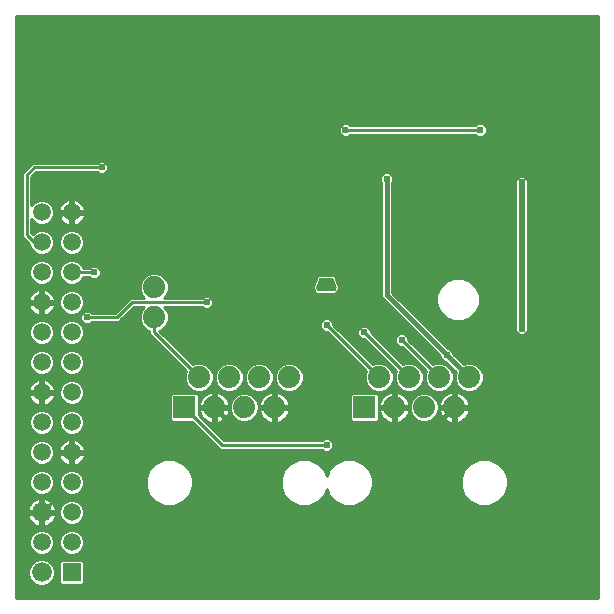
<source format=gbl>
G75*
G70*
%OFA0B0*%
%FSLAX24Y24*%
%IPPOS*%
%LPD*%
%AMOC8*
5,1,8,0,0,1.08239X$1,22.5*
%
%ADD10R,0.0594X0.0594*%
%ADD11C,0.0660*%
%ADD12C,0.0594*%
%ADD13C,0.0740*%
%ADD14R,0.0740X0.0740*%
%ADD15C,0.0000*%
%ADD16C,0.0001*%
%ADD17C,0.0238*%
%ADD18C,0.0100*%
%ADD19C,0.0200*%
%ADD20C,0.0160*%
D10*
X004637Y006960D03*
D11*
X003637Y006960D03*
X003637Y008960D03*
D12*
X003637Y009960D03*
X003637Y010960D03*
X003637Y011960D03*
X003637Y012960D03*
X003637Y013960D03*
X003637Y014960D03*
X003637Y015960D03*
X003637Y016960D03*
X003637Y017960D03*
X003637Y018960D03*
X004637Y018960D03*
X004637Y017960D03*
X004637Y016960D03*
X004637Y015960D03*
X004637Y014960D03*
X004637Y013960D03*
X004637Y012960D03*
X004637Y011960D03*
X004637Y010960D03*
X004637Y009960D03*
X004637Y008960D03*
X004637Y007960D03*
X003637Y007960D03*
D13*
X007387Y015460D03*
X007387Y016460D03*
X008887Y013460D03*
X009387Y012460D03*
X009887Y013460D03*
X010387Y012460D03*
X010887Y013460D03*
X011387Y012460D03*
X011887Y013460D03*
X014887Y013460D03*
X015387Y012460D03*
X015887Y013460D03*
X016387Y012460D03*
X016887Y013460D03*
X017387Y012460D03*
X017887Y013460D03*
D14*
X014387Y012460D03*
X008387Y012460D03*
D15*
X012842Y016356D02*
X012826Y016395D01*
X012810Y016431D01*
X012790Y016470D01*
X012806Y016509D01*
X012822Y016553D01*
X012838Y016596D01*
X012853Y016639D01*
X012869Y016683D01*
X012885Y016726D01*
X012901Y016765D01*
X013279Y016765D01*
X013326Y016765D01*
X013342Y016726D01*
X013357Y016683D01*
X013373Y016639D01*
X013389Y016596D01*
X013405Y016553D01*
X013420Y016509D01*
X013436Y016470D01*
X013420Y016431D01*
X013405Y016395D01*
X013385Y016356D01*
X012842Y016356D01*
D16*
X013385Y016356D01*
X013385Y016357D02*
X012841Y016357D01*
X012841Y016358D02*
X013386Y016358D01*
X013386Y016359D02*
X012840Y016359D01*
X012840Y016360D02*
X013387Y016360D01*
X013387Y016361D02*
X012840Y016361D01*
X012839Y016362D02*
X013388Y016362D01*
X013388Y016363D02*
X012839Y016363D01*
X012838Y016364D02*
X013389Y016364D01*
X013389Y016365D02*
X012838Y016365D01*
X012838Y016366D02*
X013390Y016366D01*
X013390Y016367D02*
X012837Y016367D01*
X012837Y016368D02*
X013391Y016368D01*
X013391Y016369D02*
X012836Y016369D01*
X012836Y016370D02*
X013392Y016370D01*
X013392Y016371D02*
X012836Y016371D01*
X012835Y016372D02*
X013393Y016372D01*
X013393Y016373D02*
X012835Y016373D01*
X012834Y016374D02*
X013394Y016374D01*
X013394Y016375D02*
X012834Y016375D01*
X012834Y016376D02*
X013395Y016376D01*
X013395Y016377D02*
X012833Y016377D01*
X012833Y016378D02*
X013396Y016378D01*
X013396Y016379D02*
X012832Y016379D01*
X012832Y016380D02*
X013397Y016380D01*
X013397Y016381D02*
X012832Y016381D01*
X012831Y016382D02*
X013398Y016382D01*
X013398Y016383D02*
X012831Y016383D01*
X012830Y016384D02*
X013399Y016384D01*
X013399Y016385D02*
X012830Y016385D01*
X012830Y016386D02*
X013400Y016386D01*
X013400Y016387D02*
X012829Y016387D01*
X012829Y016388D02*
X013401Y016388D01*
X013401Y016389D02*
X012828Y016389D01*
X012828Y016390D02*
X013402Y016390D01*
X013402Y016391D02*
X012828Y016391D01*
X012827Y016392D02*
X013403Y016392D01*
X013403Y016393D02*
X012827Y016393D01*
X012826Y016394D02*
X013404Y016394D01*
X013404Y016395D02*
X012826Y016395D01*
X012825Y016396D02*
X013405Y016396D01*
X013405Y016397D02*
X012825Y016397D01*
X012825Y016398D02*
X013406Y016398D01*
X013406Y016399D02*
X012824Y016399D01*
X012824Y016400D02*
X013407Y016400D01*
X013407Y016401D02*
X012823Y016401D01*
X012823Y016402D02*
X013407Y016402D01*
X013408Y016403D02*
X012822Y016403D01*
X012822Y016404D02*
X013408Y016404D01*
X013409Y016405D02*
X012821Y016405D01*
X012821Y016406D02*
X013409Y016406D01*
X013410Y016407D02*
X012821Y016407D01*
X012820Y016408D02*
X013410Y016408D01*
X013411Y016409D02*
X012820Y016409D01*
X012819Y016410D02*
X013411Y016410D01*
X013411Y016411D02*
X012819Y016411D01*
X012818Y016412D02*
X013412Y016412D01*
X013412Y016413D02*
X012818Y016413D01*
X012817Y016414D02*
X013413Y016414D01*
X013413Y016415D02*
X012817Y016415D01*
X012817Y016416D02*
X013414Y016416D01*
X013414Y016417D02*
X012816Y016417D01*
X012816Y016418D02*
X013415Y016418D01*
X013415Y016419D02*
X012815Y016419D01*
X012815Y016420D02*
X013415Y016420D01*
X013416Y016421D02*
X012814Y016421D01*
X012814Y016422D02*
X013416Y016422D01*
X013417Y016423D02*
X012813Y016423D01*
X012813Y016424D02*
X013417Y016424D01*
X013418Y016425D02*
X012813Y016425D01*
X012812Y016426D02*
X013418Y016426D01*
X013419Y016427D02*
X012812Y016427D01*
X012811Y016428D02*
X013419Y016428D01*
X013419Y016429D02*
X012811Y016429D01*
X012810Y016430D02*
X013420Y016430D01*
X013420Y016431D02*
X012810Y016431D01*
X012809Y016432D02*
X013421Y016432D01*
X013421Y016433D02*
X012809Y016433D01*
X012808Y016434D02*
X013422Y016434D01*
X013422Y016435D02*
X012808Y016435D01*
X012807Y016436D02*
X013422Y016436D01*
X013423Y016437D02*
X012807Y016437D01*
X012806Y016438D02*
X013423Y016438D01*
X013424Y016439D02*
X012806Y016439D01*
X012805Y016440D02*
X013424Y016440D01*
X013424Y016441D02*
X012805Y016441D01*
X012804Y016442D02*
X013425Y016442D01*
X013425Y016443D02*
X012804Y016443D01*
X012803Y016444D02*
X013426Y016444D01*
X013426Y016445D02*
X012803Y016445D01*
X012802Y016446D02*
X013426Y016446D01*
X013427Y016447D02*
X012802Y016447D01*
X012801Y016448D02*
X013427Y016448D01*
X013428Y016449D02*
X012801Y016449D01*
X012800Y016450D02*
X013428Y016450D01*
X013428Y016451D02*
X012800Y016451D01*
X012799Y016452D02*
X013429Y016452D01*
X013429Y016453D02*
X012799Y016453D01*
X012798Y016454D02*
X013430Y016454D01*
X013430Y016455D02*
X012798Y016455D01*
X012797Y016456D02*
X013430Y016456D01*
X013431Y016457D02*
X012797Y016457D01*
X012796Y016458D02*
X013431Y016458D01*
X013432Y016459D02*
X012796Y016459D01*
X012795Y016460D02*
X013432Y016460D01*
X013432Y016461D02*
X012795Y016461D01*
X012794Y016462D02*
X013433Y016462D01*
X013433Y016463D02*
X012794Y016463D01*
X012793Y016464D02*
X013434Y016464D01*
X013434Y016465D02*
X012793Y016465D01*
X012792Y016466D02*
X013434Y016466D01*
X013435Y016467D02*
X012792Y016467D01*
X012791Y016468D02*
X013435Y016468D01*
X013436Y016469D02*
X012791Y016469D01*
X012790Y016470D02*
X013436Y016470D01*
X013436Y016471D02*
X012791Y016471D01*
X012791Y016472D02*
X013435Y016472D01*
X013435Y016473D02*
X012791Y016473D01*
X012792Y016474D02*
X013435Y016474D01*
X013434Y016475D02*
X012792Y016475D01*
X012793Y016476D02*
X013434Y016476D01*
X013433Y016477D02*
X012793Y016477D01*
X012793Y016478D02*
X013433Y016478D01*
X013433Y016479D02*
X012794Y016479D01*
X012794Y016480D02*
X013432Y016480D01*
X013432Y016481D02*
X012795Y016481D01*
X012795Y016482D02*
X013431Y016482D01*
X013431Y016483D02*
X012795Y016483D01*
X012796Y016484D02*
X013431Y016484D01*
X013430Y016485D02*
X012796Y016485D01*
X012797Y016486D02*
X013430Y016486D01*
X013429Y016487D02*
X012797Y016487D01*
X012797Y016488D02*
X013429Y016488D01*
X013429Y016489D02*
X012798Y016489D01*
X012798Y016490D02*
X013428Y016490D01*
X013428Y016491D02*
X012799Y016491D01*
X012799Y016492D02*
X013427Y016492D01*
X013427Y016493D02*
X012799Y016493D01*
X012800Y016494D02*
X013427Y016494D01*
X013426Y016495D02*
X012800Y016495D01*
X012801Y016496D02*
X013426Y016496D01*
X013425Y016497D02*
X012801Y016497D01*
X012801Y016498D02*
X013425Y016498D01*
X013425Y016499D02*
X012802Y016499D01*
X012802Y016500D02*
X013424Y016500D01*
X013424Y016501D02*
X012803Y016501D01*
X012803Y016502D02*
X013423Y016502D01*
X013423Y016503D02*
X012803Y016503D01*
X012804Y016504D02*
X013423Y016504D01*
X013422Y016505D02*
X012804Y016505D01*
X012805Y016506D02*
X013422Y016506D01*
X013421Y016507D02*
X012805Y016507D01*
X012805Y016508D02*
X013421Y016508D01*
X013421Y016509D02*
X012806Y016509D01*
X012806Y016510D02*
X013420Y016510D01*
X013420Y016511D02*
X012807Y016511D01*
X012807Y016512D02*
X013419Y016512D01*
X013419Y016513D02*
X012807Y016513D01*
X012808Y016514D02*
X013419Y016514D01*
X013418Y016515D02*
X012808Y016515D01*
X012808Y016516D02*
X013418Y016516D01*
X013418Y016517D02*
X012809Y016517D01*
X012809Y016518D02*
X013417Y016518D01*
X013417Y016519D02*
X012810Y016519D01*
X012810Y016520D02*
X013416Y016520D01*
X013416Y016521D02*
X012810Y016521D01*
X012811Y016522D02*
X013416Y016522D01*
X013415Y016523D02*
X012811Y016523D01*
X012811Y016524D02*
X013415Y016524D01*
X013415Y016525D02*
X012812Y016525D01*
X012812Y016526D02*
X013414Y016526D01*
X013414Y016527D02*
X012812Y016527D01*
X012813Y016528D02*
X013414Y016528D01*
X013413Y016529D02*
X012813Y016529D01*
X012814Y016530D02*
X013413Y016530D01*
X013413Y016531D02*
X012814Y016531D01*
X012814Y016532D02*
X013412Y016532D01*
X013412Y016533D02*
X012815Y016533D01*
X012815Y016534D02*
X013411Y016534D01*
X013411Y016535D02*
X012815Y016535D01*
X012816Y016536D02*
X013411Y016536D01*
X013410Y016537D02*
X012816Y016537D01*
X012816Y016538D02*
X013410Y016538D01*
X013410Y016539D02*
X012817Y016539D01*
X012817Y016540D02*
X013409Y016540D01*
X013409Y016541D02*
X012818Y016541D01*
X012818Y016542D02*
X013409Y016542D01*
X013408Y016543D02*
X012818Y016543D01*
X012819Y016544D02*
X013408Y016544D01*
X013407Y016545D02*
X012819Y016545D01*
X012819Y016546D02*
X013407Y016546D01*
X013407Y016547D02*
X012820Y016547D01*
X012820Y016548D02*
X013406Y016548D01*
X013406Y016549D02*
X012820Y016549D01*
X012821Y016550D02*
X013406Y016550D01*
X013405Y016551D02*
X012821Y016551D01*
X012822Y016552D02*
X013405Y016552D01*
X013405Y016553D02*
X012822Y016553D01*
X012822Y016554D02*
X013404Y016554D01*
X013404Y016555D02*
X012823Y016555D01*
X012823Y016556D02*
X013403Y016556D01*
X013403Y016557D02*
X012823Y016557D01*
X012824Y016558D02*
X013403Y016558D01*
X013402Y016559D02*
X012824Y016559D01*
X012824Y016560D02*
X013402Y016560D01*
X013402Y016561D02*
X012825Y016561D01*
X012825Y016562D02*
X013401Y016562D01*
X013401Y016563D02*
X012825Y016563D01*
X012826Y016564D02*
X013401Y016564D01*
X013400Y016565D02*
X012826Y016565D01*
X012827Y016566D02*
X013400Y016566D01*
X013399Y016567D02*
X012827Y016567D01*
X012827Y016568D02*
X013399Y016568D01*
X013399Y016569D02*
X012828Y016569D01*
X012828Y016570D02*
X013398Y016570D01*
X013398Y016571D02*
X012828Y016571D01*
X012829Y016572D02*
X013398Y016572D01*
X013397Y016573D02*
X012829Y016573D01*
X012829Y016574D02*
X013397Y016574D01*
X013397Y016575D02*
X012830Y016575D01*
X012830Y016576D02*
X013396Y016576D01*
X013396Y016577D02*
X012831Y016577D01*
X012831Y016578D02*
X013395Y016578D01*
X013395Y016579D02*
X012831Y016579D01*
X012832Y016580D02*
X013395Y016580D01*
X013394Y016581D02*
X012832Y016581D01*
X012832Y016582D02*
X013394Y016582D01*
X013394Y016583D02*
X012833Y016583D01*
X012833Y016584D02*
X013393Y016584D01*
X013393Y016585D02*
X012833Y016585D01*
X012834Y016586D02*
X013393Y016586D01*
X013392Y016587D02*
X012834Y016587D01*
X012835Y016588D02*
X013392Y016588D01*
X013391Y016589D02*
X012835Y016589D01*
X012835Y016590D02*
X013391Y016590D01*
X013391Y016591D02*
X012836Y016591D01*
X012836Y016592D02*
X013390Y016592D01*
X013390Y016593D02*
X012836Y016593D01*
X012837Y016594D02*
X013390Y016594D01*
X013389Y016595D02*
X012837Y016595D01*
X012837Y016596D02*
X013389Y016596D01*
X013389Y016597D02*
X012838Y016597D01*
X012838Y016598D02*
X013388Y016598D01*
X013388Y016599D02*
X012839Y016599D01*
X012839Y016600D02*
X013387Y016600D01*
X013387Y016601D02*
X012839Y016601D01*
X012840Y016602D02*
X013387Y016602D01*
X013386Y016603D02*
X012840Y016603D01*
X012840Y016604D02*
X013386Y016604D01*
X013386Y016605D02*
X012841Y016605D01*
X012841Y016606D02*
X013385Y016606D01*
X013385Y016607D02*
X012841Y016607D01*
X012842Y016608D02*
X013385Y016608D01*
X013384Y016609D02*
X012842Y016609D01*
X012843Y016610D02*
X013384Y016610D01*
X013383Y016611D02*
X012843Y016611D01*
X012843Y016612D02*
X013383Y016612D01*
X013383Y016613D02*
X012844Y016613D01*
X012844Y016614D02*
X013382Y016614D01*
X013382Y016615D02*
X012844Y016615D01*
X012845Y016616D02*
X013382Y016616D01*
X013381Y016617D02*
X012845Y016617D01*
X012845Y016618D02*
X013381Y016618D01*
X013381Y016619D02*
X012846Y016619D01*
X012846Y016620D02*
X013380Y016620D01*
X013380Y016621D02*
X012847Y016621D01*
X012847Y016622D02*
X013379Y016622D01*
X013379Y016623D02*
X012847Y016623D01*
X012848Y016624D02*
X013379Y016624D01*
X013378Y016625D02*
X012848Y016625D01*
X012848Y016626D02*
X013378Y016626D01*
X013378Y016627D02*
X012849Y016627D01*
X012849Y016628D02*
X013377Y016628D01*
X013377Y016629D02*
X012849Y016629D01*
X012850Y016630D02*
X013377Y016630D01*
X013376Y016631D02*
X012850Y016631D01*
X012851Y016632D02*
X013376Y016632D01*
X013375Y016633D02*
X012851Y016633D01*
X012851Y016634D02*
X013375Y016634D01*
X013375Y016635D02*
X012852Y016635D01*
X012852Y016636D02*
X013374Y016636D01*
X013374Y016637D02*
X012852Y016637D01*
X012853Y016638D02*
X013374Y016638D01*
X013373Y016639D02*
X012853Y016639D01*
X012853Y016640D02*
X013373Y016640D01*
X013373Y016641D02*
X012854Y016641D01*
X012854Y016642D02*
X013372Y016642D01*
X013372Y016643D02*
X012855Y016643D01*
X012855Y016644D02*
X013371Y016644D01*
X013371Y016645D02*
X012855Y016645D01*
X012856Y016646D02*
X013371Y016646D01*
X013370Y016647D02*
X012856Y016647D01*
X012856Y016648D02*
X013370Y016648D01*
X013370Y016649D02*
X012857Y016649D01*
X012857Y016650D02*
X013369Y016650D01*
X013369Y016651D02*
X012857Y016651D01*
X012858Y016652D02*
X013369Y016652D01*
X013368Y016653D02*
X012858Y016653D01*
X012859Y016654D02*
X013368Y016654D01*
X013367Y016655D02*
X012859Y016655D01*
X012859Y016656D02*
X013367Y016656D01*
X013367Y016657D02*
X012860Y016657D01*
X012860Y016658D02*
X013366Y016658D01*
X013366Y016659D02*
X012860Y016659D01*
X012861Y016660D02*
X013366Y016660D01*
X013365Y016661D02*
X012861Y016661D01*
X012861Y016662D02*
X013365Y016662D01*
X013365Y016663D02*
X012862Y016663D01*
X012862Y016664D02*
X013364Y016664D01*
X013364Y016665D02*
X012863Y016665D01*
X012863Y016666D02*
X013363Y016666D01*
X013363Y016667D02*
X012863Y016667D01*
X012864Y016668D02*
X013363Y016668D01*
X013362Y016669D02*
X012864Y016669D01*
X012864Y016670D02*
X013362Y016670D01*
X013362Y016671D02*
X012865Y016671D01*
X012865Y016672D02*
X013361Y016672D01*
X013361Y016673D02*
X012865Y016673D01*
X012866Y016674D02*
X013361Y016674D01*
X013360Y016675D02*
X012866Y016675D01*
X012867Y016676D02*
X013360Y016676D01*
X013359Y016677D02*
X012867Y016677D01*
X012867Y016678D02*
X013359Y016678D01*
X013359Y016679D02*
X012868Y016679D01*
X012868Y016680D02*
X013358Y016680D01*
X013358Y016681D02*
X012868Y016681D01*
X012869Y016682D02*
X013358Y016682D01*
X013357Y016683D02*
X012869Y016683D01*
X012869Y016684D02*
X013357Y016684D01*
X013357Y016685D02*
X012870Y016685D01*
X012870Y016686D02*
X013356Y016686D01*
X013356Y016687D02*
X012871Y016687D01*
X012871Y016688D02*
X013355Y016688D01*
X013355Y016689D02*
X012871Y016689D01*
X012872Y016690D02*
X013355Y016690D01*
X013354Y016691D02*
X012872Y016691D01*
X012872Y016692D02*
X013354Y016692D01*
X013354Y016693D02*
X012873Y016693D01*
X012873Y016694D02*
X013353Y016694D01*
X013353Y016695D02*
X012873Y016695D01*
X012874Y016696D02*
X013353Y016696D01*
X013352Y016697D02*
X012874Y016697D01*
X012875Y016698D02*
X013352Y016698D01*
X013351Y016699D02*
X012875Y016699D01*
X012875Y016700D02*
X013351Y016700D01*
X013351Y016701D02*
X012876Y016701D01*
X012876Y016702D02*
X013350Y016702D01*
X013350Y016703D02*
X012876Y016703D01*
X012877Y016704D02*
X013350Y016704D01*
X013349Y016705D02*
X012877Y016705D01*
X012877Y016706D02*
X013349Y016706D01*
X013349Y016707D02*
X012878Y016707D01*
X012878Y016708D02*
X013348Y016708D01*
X013348Y016709D02*
X012879Y016709D01*
X012879Y016710D02*
X013347Y016710D01*
X013347Y016711D02*
X012879Y016711D01*
X012880Y016712D02*
X013347Y016712D01*
X013346Y016713D02*
X012880Y016713D01*
X012880Y016714D02*
X013346Y016714D01*
X013346Y016715D02*
X012881Y016715D01*
X012881Y016716D02*
X013345Y016716D01*
X013345Y016717D02*
X012881Y016717D01*
X012882Y016718D02*
X013345Y016718D01*
X013344Y016719D02*
X012882Y016719D01*
X012883Y016720D02*
X013344Y016720D01*
X013343Y016721D02*
X012883Y016721D01*
X012883Y016722D02*
X013343Y016722D01*
X013343Y016723D02*
X012884Y016723D01*
X012884Y016724D02*
X013342Y016724D01*
X013342Y016725D02*
X012884Y016725D01*
X012885Y016726D02*
X013342Y016726D01*
X013341Y016727D02*
X012885Y016727D01*
X012885Y016728D02*
X013341Y016728D01*
X013340Y016729D02*
X012886Y016729D01*
X012886Y016730D02*
X013340Y016730D01*
X013340Y016731D02*
X012887Y016731D01*
X012887Y016732D02*
X013339Y016732D01*
X013339Y016733D02*
X012887Y016733D01*
X012888Y016734D02*
X013338Y016734D01*
X013338Y016735D02*
X012888Y016735D01*
X012889Y016736D02*
X013338Y016736D01*
X013337Y016737D02*
X012889Y016737D01*
X012889Y016738D02*
X013337Y016738D01*
X013336Y016739D02*
X012890Y016739D01*
X012890Y016740D02*
X013336Y016740D01*
X013336Y016741D02*
X012891Y016741D01*
X012891Y016742D02*
X013335Y016742D01*
X013335Y016743D02*
X012891Y016743D01*
X012892Y016744D02*
X013334Y016744D01*
X013334Y016745D02*
X012892Y016745D01*
X012893Y016746D02*
X013334Y016746D01*
X013333Y016747D02*
X012893Y016747D01*
X012893Y016748D02*
X013333Y016748D01*
X013332Y016749D02*
X012894Y016749D01*
X012894Y016750D02*
X013332Y016750D01*
X013332Y016751D02*
X012895Y016751D01*
X012895Y016752D02*
X013331Y016752D01*
X013331Y016753D02*
X012895Y016753D01*
X012896Y016754D02*
X013330Y016754D01*
X013330Y016755D02*
X012896Y016755D01*
X012897Y016756D02*
X013330Y016756D01*
X013329Y016757D02*
X012897Y016757D01*
X012897Y016758D02*
X013329Y016758D01*
X013328Y016759D02*
X012898Y016759D01*
X012898Y016760D02*
X013328Y016760D01*
X013328Y016761D02*
X012899Y016761D01*
X012899Y016762D02*
X013327Y016762D01*
X013327Y016763D02*
X012899Y016763D01*
X012900Y016764D02*
X013326Y016764D01*
X013326Y016765D02*
X012900Y016765D01*
D17*
X013137Y015210D03*
X014387Y014960D03*
X015637Y014710D03*
X017137Y014210D03*
X019637Y015085D03*
X019637Y019960D03*
X018262Y021710D03*
X015137Y020085D03*
X013762Y021710D03*
X012512Y020710D03*
X011762Y021335D03*
X011762Y024085D03*
X008887Y024210D03*
X005637Y020460D03*
X005387Y016960D03*
X005137Y015460D03*
X007887Y017835D03*
X009137Y015960D03*
X011637Y016710D03*
X013137Y011210D03*
D18*
X002787Y006110D02*
X002787Y025495D01*
X022172Y025495D01*
X022172Y006110D01*
X002787Y006110D01*
X002787Y006157D02*
X022172Y006157D01*
X022172Y006256D02*
X002787Y006256D01*
X002787Y006354D02*
X022172Y006354D01*
X022172Y006453D02*
X002787Y006453D01*
X002787Y006551D02*
X003474Y006551D01*
X003549Y006520D02*
X003388Y006587D01*
X003264Y006711D01*
X003197Y006873D01*
X003197Y007048D01*
X003264Y007209D01*
X003388Y007333D01*
X003549Y007400D01*
X003724Y007400D01*
X003886Y007333D01*
X004010Y007209D01*
X004077Y007048D01*
X004077Y006873D01*
X004010Y006711D01*
X003886Y006587D01*
X003724Y006520D01*
X003549Y006520D01*
X003799Y006551D02*
X022172Y006551D01*
X022172Y006650D02*
X005044Y006650D01*
X005044Y006618D02*
X005044Y007303D01*
X004979Y007367D01*
X004294Y007367D01*
X004230Y007303D01*
X004230Y006618D01*
X004294Y006553D01*
X004979Y006553D01*
X005044Y006618D01*
X005044Y006748D02*
X022172Y006748D01*
X022172Y006847D02*
X005044Y006847D01*
X005044Y006945D02*
X022172Y006945D01*
X022172Y007044D02*
X005044Y007044D01*
X005044Y007142D02*
X022172Y007142D01*
X022172Y007241D02*
X005044Y007241D01*
X005007Y007339D02*
X022172Y007339D01*
X022172Y007438D02*
X002787Y007438D01*
X002787Y007536D02*
X022172Y007536D01*
X022172Y007635D02*
X004887Y007635D01*
X004867Y007615D02*
X004982Y007730D01*
X005044Y007879D01*
X005044Y008041D01*
X004982Y008191D01*
X004867Y008305D01*
X004718Y008367D01*
X004556Y008367D01*
X004406Y008305D01*
X004292Y008191D01*
X004230Y008041D01*
X004230Y007879D01*
X004292Y007730D01*
X004406Y007615D01*
X004556Y007553D01*
X004718Y007553D01*
X004867Y007615D01*
X004983Y007733D02*
X022172Y007733D01*
X022172Y007832D02*
X005024Y007832D01*
X005044Y007930D02*
X022172Y007930D01*
X022172Y008029D02*
X005044Y008029D01*
X005008Y008127D02*
X022172Y008127D01*
X022172Y008226D02*
X004947Y008226D01*
X004821Y008324D02*
X022172Y008324D01*
X022172Y008423D02*
X002787Y008423D01*
X002787Y008521D02*
X003441Y008521D01*
X003453Y008515D02*
X003524Y008492D01*
X003588Y008482D01*
X003588Y008912D01*
X003158Y008912D01*
X003169Y008848D01*
X003192Y008776D01*
X003226Y008709D01*
X003271Y008648D01*
X003324Y008594D01*
X003385Y008550D01*
X003453Y008515D01*
X003588Y008521D02*
X003685Y008521D01*
X003685Y008482D02*
X003749Y008492D01*
X003821Y008515D01*
X003888Y008550D01*
X003950Y008594D01*
X004003Y008648D01*
X004047Y008709D01*
X004082Y008776D01*
X004105Y008848D01*
X004115Y008912D01*
X003685Y008912D01*
X003685Y008482D01*
X003718Y008367D02*
X003556Y008367D01*
X003406Y008305D01*
X003292Y008191D01*
X003230Y008041D01*
X003230Y007879D01*
X003292Y007730D01*
X003406Y007615D01*
X003556Y007553D01*
X003718Y007553D01*
X003867Y007615D01*
X003982Y007730D01*
X004044Y007879D01*
X004044Y008041D01*
X003982Y008191D01*
X003867Y008305D01*
X003718Y008367D01*
X003821Y008324D02*
X004452Y008324D01*
X004327Y008226D02*
X003947Y008226D01*
X004008Y008127D02*
X004266Y008127D01*
X004230Y008029D02*
X004044Y008029D01*
X004044Y007930D02*
X004230Y007930D01*
X004250Y007832D02*
X004024Y007832D01*
X003983Y007733D02*
X004290Y007733D01*
X004387Y007635D02*
X003887Y007635D01*
X003872Y007339D02*
X004267Y007339D01*
X004230Y007241D02*
X003979Y007241D01*
X004038Y007142D02*
X004230Y007142D01*
X004230Y007044D02*
X004077Y007044D01*
X004077Y006945D02*
X004230Y006945D01*
X004230Y006847D02*
X004066Y006847D01*
X004025Y006748D02*
X004230Y006748D01*
X004230Y006650D02*
X003949Y006650D01*
X003325Y006650D02*
X002787Y006650D01*
X002787Y006748D02*
X003248Y006748D01*
X003208Y006847D02*
X002787Y006847D01*
X002787Y006945D02*
X003197Y006945D01*
X003197Y007044D02*
X002787Y007044D01*
X002787Y007142D02*
X003236Y007142D01*
X003295Y007241D02*
X002787Y007241D01*
X002787Y007339D02*
X003402Y007339D01*
X003387Y007635D02*
X002787Y007635D01*
X002787Y007733D02*
X003290Y007733D01*
X003250Y007832D02*
X002787Y007832D01*
X002787Y007930D02*
X003230Y007930D01*
X003230Y008029D02*
X002787Y008029D01*
X002787Y008127D02*
X003266Y008127D01*
X003327Y008226D02*
X002787Y008226D01*
X002787Y008324D02*
X003452Y008324D01*
X003588Y008620D02*
X003685Y008620D01*
X003685Y008718D02*
X003588Y008718D01*
X003588Y008817D02*
X003685Y008817D01*
X003685Y008912D02*
X003588Y008912D01*
X003588Y009009D01*
X003588Y009439D01*
X003524Y009428D01*
X003453Y009405D01*
X003385Y009371D01*
X003324Y009326D01*
X003271Y009273D01*
X003226Y009212D01*
X003192Y009144D01*
X003169Y009073D01*
X003158Y009009D01*
X003588Y009009D01*
X003685Y009009D01*
X003685Y009439D01*
X003749Y009428D01*
X003821Y009405D01*
X003888Y009371D01*
X003950Y009326D01*
X004003Y009273D01*
X004047Y009212D01*
X004082Y009144D01*
X004105Y009073D01*
X004115Y009009D01*
X003685Y009009D01*
X003685Y008912D01*
X003685Y008915D02*
X004230Y008915D01*
X004230Y008879D02*
X004292Y008730D01*
X004406Y008615D01*
X004556Y008553D01*
X004718Y008553D01*
X004867Y008615D01*
X004982Y008730D01*
X005044Y008879D01*
X005044Y009041D01*
X004982Y009191D01*
X004867Y009305D01*
X004718Y009367D01*
X004556Y009367D01*
X004406Y009305D01*
X004292Y009191D01*
X004230Y009041D01*
X004230Y008879D01*
X004256Y008817D02*
X004095Y008817D01*
X004052Y008718D02*
X004303Y008718D01*
X004402Y008620D02*
X003975Y008620D01*
X003833Y008521D02*
X022172Y008521D01*
X022172Y008620D02*
X004872Y008620D01*
X004970Y008718D02*
X022172Y008718D01*
X022172Y008817D02*
X005018Y008817D01*
X005044Y008915D02*
X022172Y008915D01*
X022172Y009014D02*
X005044Y009014D01*
X005014Y009112D02*
X022172Y009112D01*
X022172Y009211D02*
X018615Y009211D01*
X018542Y009180D02*
X018829Y009299D01*
X019048Y009518D01*
X019167Y009805D01*
X019167Y010115D01*
X019048Y010402D01*
X018829Y010621D01*
X018542Y010740D01*
X018232Y010740D01*
X017945Y010621D01*
X017726Y010402D01*
X017607Y010115D01*
X017607Y009805D01*
X017726Y009518D01*
X017945Y009299D01*
X018232Y009180D01*
X018542Y009180D01*
X018839Y009309D02*
X022172Y009309D01*
X022172Y009408D02*
X018937Y009408D01*
X019036Y009506D02*
X022172Y009506D01*
X022172Y009605D02*
X019084Y009605D01*
X019125Y009703D02*
X022172Y009703D01*
X022172Y009802D02*
X019165Y009802D01*
X019167Y009900D02*
X022172Y009900D01*
X022172Y009999D02*
X019167Y009999D01*
X019167Y010097D02*
X022172Y010097D01*
X022172Y010196D02*
X019133Y010196D01*
X019093Y010294D02*
X022172Y010294D01*
X022172Y010393D02*
X019052Y010393D01*
X018959Y010491D02*
X022172Y010491D01*
X022172Y010590D02*
X018860Y010590D01*
X018667Y010688D02*
X022172Y010688D01*
X022172Y010787D02*
X005050Y010787D01*
X005051Y010789D02*
X005073Y010856D01*
X005082Y010912D01*
X004685Y010912D01*
X004685Y010515D01*
X004741Y010524D01*
X004808Y010546D01*
X004871Y010578D01*
X004928Y010619D01*
X004978Y010669D01*
X005019Y010726D01*
X005051Y010789D01*
X005077Y010885D02*
X022172Y010885D01*
X022172Y010984D02*
X013234Y010984D01*
X013232Y010981D02*
X013366Y011115D01*
X013366Y011305D01*
X013232Y011439D01*
X013042Y011439D01*
X012973Y011370D01*
X009703Y011370D01*
X008867Y012207D01*
X008867Y012876D01*
X008802Y012940D01*
X007971Y012940D01*
X007907Y012876D01*
X007907Y012045D01*
X007971Y011980D01*
X008641Y011980D01*
X009477Y011144D01*
X009571Y011050D01*
X012973Y011050D01*
X013042Y010981D01*
X013232Y010981D01*
X013333Y011082D02*
X022172Y011082D01*
X022172Y011181D02*
X013366Y011181D01*
X013366Y011279D02*
X022172Y011279D01*
X022172Y011378D02*
X013293Y011378D01*
X013137Y011210D02*
X009637Y011210D01*
X008387Y012460D01*
X008652Y011969D02*
X005044Y011969D01*
X005044Y012041D02*
X004982Y012191D01*
X004867Y012305D01*
X004718Y012367D01*
X004556Y012367D01*
X004406Y012305D01*
X004292Y012191D01*
X004230Y012041D01*
X004230Y011879D01*
X004292Y011730D01*
X004406Y011615D01*
X004556Y011553D01*
X004718Y011553D01*
X004867Y011615D01*
X004982Y011730D01*
X005044Y011879D01*
X005044Y012041D01*
X005033Y012067D02*
X007907Y012067D01*
X007907Y012166D02*
X004992Y012166D01*
X004908Y012264D02*
X007907Y012264D01*
X007907Y012363D02*
X004728Y012363D01*
X004545Y012363D02*
X003728Y012363D01*
X003718Y012367D02*
X003556Y012367D01*
X003406Y012305D01*
X003292Y012191D01*
X003230Y012041D01*
X003230Y011879D01*
X003292Y011730D01*
X003406Y011615D01*
X003556Y011553D01*
X003718Y011553D01*
X003867Y011615D01*
X003982Y011730D01*
X004044Y011879D01*
X004044Y012041D01*
X003982Y012191D01*
X003867Y012305D01*
X003718Y012367D01*
X003685Y012515D02*
X003741Y012524D01*
X003808Y012546D01*
X003871Y012578D01*
X003928Y012619D01*
X003978Y012669D01*
X004019Y012726D01*
X004051Y012789D01*
X004073Y012856D01*
X004082Y012912D01*
X003685Y012912D01*
X003685Y012515D01*
X003685Y012560D02*
X003588Y012560D01*
X003588Y012515D02*
X003588Y012912D01*
X003192Y012912D01*
X003201Y012856D01*
X003223Y012789D01*
X003255Y012726D01*
X003296Y012669D01*
X003346Y012619D01*
X003403Y012578D01*
X003465Y012546D01*
X003532Y012524D01*
X003588Y012515D01*
X003588Y012658D02*
X003685Y012658D01*
X003685Y012757D02*
X003588Y012757D01*
X003588Y012855D02*
X003685Y012855D01*
X003685Y012912D02*
X003588Y012912D01*
X003588Y013009D01*
X003588Y013405D01*
X003532Y013396D01*
X003465Y013374D01*
X003403Y013342D01*
X003346Y013301D01*
X003296Y013251D01*
X003255Y013194D01*
X003223Y013132D01*
X003201Y013065D01*
X003192Y013009D01*
X003588Y013009D01*
X003685Y013009D01*
X003685Y013405D01*
X003741Y013396D01*
X003808Y013374D01*
X003871Y013342D01*
X003928Y013301D01*
X003978Y013251D01*
X004019Y013194D01*
X004051Y013132D01*
X004073Y013065D01*
X004082Y013009D01*
X003685Y013009D01*
X003685Y012912D01*
X003685Y012954D02*
X004230Y012954D01*
X004230Y012879D02*
X004292Y012730D01*
X004406Y012615D01*
X004556Y012553D01*
X004718Y012553D01*
X004867Y012615D01*
X004982Y012730D01*
X005044Y012879D01*
X005044Y013041D01*
X004982Y013191D01*
X004867Y013305D01*
X004718Y013367D01*
X004556Y013367D01*
X004406Y013305D01*
X004292Y013191D01*
X004230Y013041D01*
X004230Y012879D01*
X004240Y012855D02*
X004073Y012855D01*
X004035Y012757D02*
X004281Y012757D01*
X004363Y012658D02*
X003967Y012658D01*
X003835Y012560D02*
X004541Y012560D01*
X004733Y012560D02*
X007907Y012560D01*
X007907Y012658D02*
X004910Y012658D01*
X004993Y012757D02*
X007907Y012757D01*
X007907Y012855D02*
X005034Y012855D01*
X005044Y012954D02*
X009223Y012954D01*
X009187Y012942D02*
X009114Y012905D01*
X009048Y012857D01*
X008990Y012799D01*
X008942Y012733D01*
X008905Y012660D01*
X008880Y012582D01*
X008868Y012509D01*
X009338Y012509D01*
X009338Y012979D01*
X009265Y012967D01*
X009187Y012942D01*
X009156Y013052D02*
X009617Y013052D01*
X009615Y013053D02*
X009791Y012980D01*
X009982Y012980D01*
X010159Y013053D01*
X010294Y013188D01*
X010367Y013365D01*
X010367Y013556D01*
X010294Y013732D01*
X010159Y013867D01*
X009982Y013940D01*
X009791Y013940D01*
X009615Y013867D01*
X009480Y013732D01*
X009407Y013556D01*
X009407Y013365D01*
X009480Y013188D01*
X009615Y013053D01*
X009586Y012942D02*
X009509Y012967D01*
X009435Y012979D01*
X009435Y012509D01*
X009338Y012509D01*
X009338Y012412D01*
X008868Y012412D01*
X008880Y012338D01*
X008905Y012261D01*
X008942Y012188D01*
X008990Y012121D01*
X009048Y012064D01*
X009114Y012015D01*
X009187Y011978D01*
X009265Y011953D01*
X009338Y011941D01*
X009338Y012412D01*
X009435Y012412D01*
X009435Y011941D01*
X009509Y011953D01*
X009586Y011978D01*
X009659Y012015D01*
X009726Y012064D01*
X009783Y012121D01*
X009832Y012188D01*
X009869Y012261D01*
X009894Y012338D01*
X009906Y012412D01*
X009435Y012412D01*
X009435Y012509D01*
X009906Y012509D01*
X009894Y012582D01*
X009869Y012660D01*
X009832Y012733D01*
X009783Y012799D01*
X009726Y012857D01*
X009659Y012905D01*
X009586Y012942D01*
X009551Y012954D02*
X011223Y012954D01*
X011187Y012942D02*
X011114Y012905D01*
X011048Y012857D01*
X010990Y012799D01*
X010942Y012733D01*
X010905Y012660D01*
X010880Y012582D01*
X010868Y012509D01*
X011338Y012509D01*
X011338Y012979D01*
X011265Y012967D01*
X011187Y012942D01*
X011156Y013052D02*
X011617Y013052D01*
X011615Y013053D02*
X011791Y012980D01*
X011982Y012980D01*
X012159Y013053D01*
X012294Y013188D01*
X012367Y013365D01*
X012367Y013556D01*
X012294Y013732D01*
X012159Y013867D01*
X011982Y013940D01*
X011791Y013940D01*
X011615Y013867D01*
X011480Y013732D01*
X011407Y013556D01*
X011407Y013365D01*
X011480Y013188D01*
X011615Y013053D01*
X011586Y012942D02*
X011659Y012905D01*
X011726Y012857D01*
X011783Y012799D01*
X011832Y012733D01*
X011869Y012660D01*
X011894Y012582D01*
X011906Y012509D01*
X011435Y012509D01*
X011338Y012509D01*
X011338Y012412D01*
X010868Y012412D01*
X010880Y012338D01*
X010905Y012261D01*
X010942Y012188D01*
X010990Y012121D01*
X011048Y012064D01*
X011114Y012015D01*
X011187Y011978D01*
X011265Y011953D01*
X011338Y011941D01*
X011338Y012412D01*
X011435Y012412D01*
X011435Y011941D01*
X011509Y011953D01*
X011586Y011978D01*
X011659Y012015D01*
X011726Y012064D01*
X011783Y012121D01*
X011832Y012188D01*
X011869Y012261D01*
X011894Y012338D01*
X011906Y012412D01*
X011435Y012412D01*
X011435Y012509D01*
X011435Y012979D01*
X011509Y012967D01*
X011586Y012942D01*
X011551Y012954D02*
X015223Y012954D01*
X015187Y012942D02*
X015114Y012905D01*
X015048Y012857D01*
X014990Y012799D01*
X014942Y012733D01*
X014905Y012660D01*
X014880Y012582D01*
X014868Y012509D01*
X015338Y012509D01*
X015338Y012979D01*
X015265Y012967D01*
X015187Y012942D01*
X015156Y013052D02*
X015617Y013052D01*
X015615Y013053D02*
X015791Y012980D01*
X015982Y012980D01*
X016159Y013053D01*
X016294Y013188D01*
X016367Y013365D01*
X016367Y013556D01*
X016294Y013732D01*
X016159Y013867D01*
X015982Y013940D01*
X015791Y013940D01*
X015679Y013894D01*
X014616Y014957D01*
X014616Y015055D01*
X014482Y015189D01*
X014292Y015189D01*
X014158Y015055D01*
X014158Y014865D01*
X014292Y014731D01*
X014390Y014731D01*
X015453Y013668D01*
X015407Y013556D01*
X015407Y013365D01*
X015480Y013188D01*
X015615Y013053D01*
X015586Y012942D02*
X015509Y012967D01*
X015435Y012979D01*
X015435Y012509D01*
X015338Y012509D01*
X015338Y012412D01*
X014868Y012412D01*
X014880Y012338D01*
X014905Y012261D01*
X014942Y012188D01*
X014990Y012121D01*
X015048Y012064D01*
X015114Y012015D01*
X015187Y011978D01*
X015265Y011953D01*
X015338Y011941D01*
X015338Y012412D01*
X015435Y012412D01*
X015435Y011941D01*
X015509Y011953D01*
X015586Y011978D01*
X015659Y012015D01*
X015726Y012064D01*
X015783Y012121D01*
X015832Y012188D01*
X015869Y012261D01*
X015894Y012338D01*
X015906Y012412D01*
X015435Y012412D01*
X015435Y012509D01*
X015906Y012509D01*
X015894Y012582D01*
X015869Y012660D01*
X015832Y012733D01*
X015783Y012799D01*
X015726Y012857D01*
X015659Y012905D01*
X015586Y012942D01*
X015551Y012954D02*
X017223Y012954D01*
X017187Y012942D02*
X017114Y012905D01*
X017048Y012857D01*
X016990Y012799D01*
X016942Y012733D01*
X016905Y012660D01*
X016880Y012582D01*
X016868Y012509D01*
X017338Y012509D01*
X017338Y012979D01*
X017265Y012967D01*
X017187Y012942D01*
X017156Y013052D02*
X017617Y013052D01*
X017615Y013053D02*
X017791Y012980D01*
X017982Y012980D01*
X018159Y013053D01*
X018294Y013188D01*
X018367Y013365D01*
X018367Y013556D01*
X018294Y013732D01*
X018159Y013867D01*
X017982Y013940D01*
X017791Y013940D01*
X017709Y013906D01*
X017366Y014250D01*
X017366Y014305D01*
X017232Y014439D01*
X017176Y014439D01*
X015327Y016289D01*
X015327Y019951D01*
X015366Y019990D01*
X015366Y020180D01*
X015232Y020314D01*
X015042Y020314D01*
X014908Y020180D01*
X014908Y019990D01*
X014947Y019951D01*
X014947Y016132D01*
X016908Y014171D01*
X016908Y014115D01*
X017042Y013981D01*
X017097Y013981D01*
X017441Y013638D01*
X017407Y013556D01*
X017407Y013365D01*
X017480Y013188D01*
X017615Y013053D01*
X017586Y012942D02*
X017509Y012967D01*
X017435Y012979D01*
X017435Y012509D01*
X017338Y012509D01*
X017338Y012412D01*
X016868Y012412D01*
X016880Y012338D01*
X016905Y012261D01*
X016942Y012188D01*
X016990Y012121D01*
X017048Y012064D01*
X017114Y012015D01*
X017187Y011978D01*
X017265Y011953D01*
X017338Y011941D01*
X017338Y012412D01*
X017435Y012412D01*
X017435Y011941D01*
X017509Y011953D01*
X017586Y011978D01*
X017659Y012015D01*
X017726Y012064D01*
X017783Y012121D01*
X017832Y012188D01*
X017869Y012261D01*
X017894Y012338D01*
X017906Y012412D01*
X017435Y012412D01*
X017435Y012509D01*
X017906Y012509D01*
X017894Y012582D01*
X017869Y012660D01*
X017832Y012733D01*
X017783Y012799D01*
X017726Y012857D01*
X017659Y012905D01*
X017586Y012942D01*
X017551Y012954D02*
X022172Y012954D01*
X022172Y013052D02*
X018156Y013052D01*
X018256Y013151D02*
X022172Y013151D01*
X022172Y013249D02*
X018319Y013249D01*
X018360Y013348D02*
X022172Y013348D01*
X022172Y013446D02*
X018367Y013446D01*
X018367Y013545D02*
X022172Y013545D01*
X022172Y013643D02*
X018331Y013643D01*
X018284Y013742D02*
X022172Y013742D01*
X022172Y013840D02*
X018186Y013840D01*
X017986Y013939D02*
X022172Y013939D01*
X022172Y014037D02*
X017578Y014037D01*
X017480Y014136D02*
X022172Y014136D01*
X022172Y014234D02*
X017381Y014234D01*
X017338Y014333D02*
X022172Y014333D01*
X022172Y014431D02*
X017240Y014431D01*
X017086Y014530D02*
X022172Y014530D01*
X022172Y014628D02*
X016987Y014628D01*
X016889Y014727D02*
X022172Y014727D01*
X022172Y014825D02*
X016790Y014825D01*
X016692Y014924D02*
X019474Y014924D01*
X019408Y014990D02*
X019542Y014856D01*
X019732Y014856D01*
X019866Y014990D01*
X019866Y015180D01*
X019847Y015199D01*
X019847Y019846D01*
X019866Y019865D01*
X019866Y020055D01*
X019732Y020189D01*
X019542Y020189D01*
X019408Y020055D01*
X019408Y019865D01*
X019427Y019846D01*
X019427Y015199D01*
X019408Y015180D01*
X019408Y014990D01*
X019408Y015022D02*
X016593Y015022D01*
X016495Y015121D02*
X019408Y015121D01*
X019427Y015219D02*
X016396Y015219D01*
X016298Y015318D02*
X019427Y015318D01*
X019427Y015416D02*
X017852Y015416D01*
X017927Y015448D02*
X017662Y015338D01*
X017375Y015338D01*
X017110Y015448D01*
X016908Y015650D01*
X016798Y015915D01*
X016798Y016202D01*
X016908Y016467D01*
X017110Y016670D01*
X017375Y016780D01*
X017662Y016780D01*
X017927Y016670D01*
X018130Y016467D01*
X018240Y016202D01*
X018240Y015915D01*
X018130Y015650D01*
X017927Y015448D01*
X017994Y015515D02*
X019427Y015515D01*
X019427Y015613D02*
X018093Y015613D01*
X018155Y015712D02*
X019427Y015712D01*
X019427Y015810D02*
X018196Y015810D01*
X018237Y015909D02*
X019427Y015909D01*
X019427Y016007D02*
X018240Y016007D01*
X018240Y016106D02*
X019427Y016106D01*
X019427Y016204D02*
X018239Y016204D01*
X018198Y016303D02*
X019427Y016303D01*
X019427Y016401D02*
X018157Y016401D01*
X018097Y016500D02*
X019427Y016500D01*
X019427Y016598D02*
X017999Y016598D01*
X017862Y016697D02*
X019427Y016697D01*
X019427Y016795D02*
X015327Y016795D01*
X015327Y016697D02*
X017176Y016697D01*
X017039Y016598D02*
X015327Y016598D01*
X015327Y016500D02*
X016940Y016500D01*
X016880Y016401D02*
X015327Y016401D01*
X015327Y016303D02*
X016840Y016303D01*
X016799Y016204D02*
X015411Y016204D01*
X015510Y016106D02*
X016798Y016106D01*
X016798Y016007D02*
X015608Y016007D01*
X015707Y015909D02*
X016801Y015909D01*
X016841Y015810D02*
X015805Y015810D01*
X015904Y015712D02*
X016882Y015712D01*
X016945Y015613D02*
X016002Y015613D01*
X016101Y015515D02*
X017043Y015515D01*
X017186Y015416D02*
X016199Y015416D01*
X015958Y015121D02*
X014550Y015121D01*
X014616Y015022D02*
X016056Y015022D01*
X016155Y014924D02*
X015747Y014924D01*
X015732Y014939D02*
X015542Y014939D01*
X015408Y014805D01*
X015408Y014615D01*
X015542Y014481D01*
X015640Y014481D01*
X016453Y013668D01*
X016407Y013556D01*
X016407Y013365D01*
X016480Y013188D01*
X016615Y013053D01*
X016791Y012980D01*
X016982Y012980D01*
X017159Y013053D01*
X017294Y013188D01*
X017367Y013365D01*
X017367Y013556D01*
X017294Y013732D01*
X017159Y013867D01*
X016982Y013940D01*
X016791Y013940D01*
X016679Y013894D01*
X015866Y014707D01*
X015866Y014805D01*
X015732Y014939D01*
X015846Y014825D02*
X016253Y014825D01*
X016352Y014727D02*
X015866Y014727D01*
X015945Y014628D02*
X016450Y014628D01*
X016549Y014530D02*
X016044Y014530D01*
X016142Y014431D02*
X016647Y014431D01*
X016746Y014333D02*
X016241Y014333D01*
X016339Y014234D02*
X016844Y014234D01*
X016908Y014136D02*
X016438Y014136D01*
X016536Y014037D02*
X016986Y014037D01*
X016986Y013939D02*
X017140Y013939D01*
X017186Y013840D02*
X017238Y013840D01*
X017284Y013742D02*
X017337Y013742D01*
X017331Y013643D02*
X017435Y013643D01*
X017407Y013545D02*
X017367Y013545D01*
X017367Y013446D02*
X017407Y013446D01*
X017414Y013348D02*
X017360Y013348D01*
X017319Y013249D02*
X017455Y013249D01*
X017517Y013151D02*
X017256Y013151D01*
X017338Y012954D02*
X017435Y012954D01*
X017435Y012855D02*
X017338Y012855D01*
X017338Y012757D02*
X017435Y012757D01*
X017435Y012658D02*
X017338Y012658D01*
X017338Y012560D02*
X017435Y012560D01*
X017435Y012461D02*
X022172Y012461D01*
X022172Y012363D02*
X017898Y012363D01*
X017870Y012264D02*
X022172Y012264D01*
X022172Y012166D02*
X017816Y012166D01*
X017729Y012067D02*
X022172Y012067D01*
X022172Y011969D02*
X017557Y011969D01*
X017435Y011969D02*
X017338Y011969D01*
X017338Y012067D02*
X017435Y012067D01*
X017435Y012166D02*
X017338Y012166D01*
X017338Y012264D02*
X017435Y012264D01*
X017435Y012363D02*
X017338Y012363D01*
X017338Y012461D02*
X016867Y012461D01*
X016867Y012556D02*
X016794Y012732D01*
X016659Y012867D01*
X016482Y012940D01*
X016291Y012940D01*
X016115Y012867D01*
X015980Y012732D01*
X015907Y012556D01*
X015907Y012365D01*
X015980Y012188D01*
X016115Y012053D01*
X016291Y011980D01*
X016482Y011980D01*
X016659Y012053D01*
X016794Y012188D01*
X016867Y012365D01*
X016867Y012556D01*
X016865Y012560D02*
X016876Y012560D01*
X016904Y012658D02*
X016824Y012658D01*
X016769Y012757D02*
X016959Y012757D01*
X017046Y012855D02*
X016671Y012855D01*
X016617Y013052D02*
X016156Y013052D01*
X016256Y013151D02*
X016517Y013151D01*
X016455Y013249D02*
X016319Y013249D01*
X016360Y013348D02*
X016414Y013348D01*
X016407Y013446D02*
X016367Y013446D01*
X016367Y013545D02*
X016407Y013545D01*
X016443Y013643D02*
X016331Y013643D01*
X016284Y013742D02*
X016379Y013742D01*
X016281Y013840D02*
X016186Y013840D01*
X016182Y013939D02*
X015986Y013939D01*
X016084Y014037D02*
X015536Y014037D01*
X015635Y013939D02*
X015788Y013939D01*
X015985Y014136D02*
X015438Y014136D01*
X015339Y014234D02*
X015887Y014234D01*
X015788Y014333D02*
X015241Y014333D01*
X015142Y014431D02*
X015690Y014431D01*
X015493Y014530D02*
X015044Y014530D01*
X014945Y014628D02*
X015408Y014628D01*
X015408Y014727D02*
X014847Y014727D01*
X014748Y014825D02*
X015428Y014825D01*
X015526Y014924D02*
X014650Y014924D01*
X014387Y014960D02*
X015887Y013460D01*
X015727Y012855D02*
X016103Y012855D01*
X016005Y012757D02*
X015814Y012757D01*
X015869Y012658D02*
X015949Y012658D01*
X015908Y012560D02*
X015898Y012560D01*
X015907Y012461D02*
X015435Y012461D01*
X015338Y012461D02*
X014867Y012461D01*
X014867Y012363D02*
X014876Y012363D01*
X014867Y012264D02*
X014904Y012264D01*
X014867Y012166D02*
X014958Y012166D01*
X015044Y012067D02*
X014867Y012067D01*
X014867Y012045D02*
X014802Y011980D01*
X013971Y011980D01*
X013907Y012045D01*
X013907Y012876D01*
X013971Y012940D01*
X014802Y012940D01*
X014867Y012876D01*
X014867Y012045D01*
X015217Y011969D02*
X011557Y011969D01*
X011435Y011969D02*
X011338Y011969D01*
X011338Y012067D02*
X011435Y012067D01*
X011435Y012166D02*
X011338Y012166D01*
X011338Y012264D02*
X011435Y012264D01*
X011435Y012363D02*
X011338Y012363D01*
X011338Y012461D02*
X010867Y012461D01*
X010867Y012556D02*
X010794Y012732D01*
X010659Y012867D01*
X010482Y012940D01*
X010291Y012940D01*
X010115Y012867D01*
X009980Y012732D01*
X009907Y012556D01*
X009907Y012365D01*
X009980Y012188D01*
X010115Y012053D01*
X010291Y011980D01*
X010482Y011980D01*
X010659Y012053D01*
X010794Y012188D01*
X010867Y012365D01*
X010867Y012556D01*
X010865Y012560D02*
X010876Y012560D01*
X010904Y012658D02*
X010824Y012658D01*
X010769Y012757D02*
X010959Y012757D01*
X011046Y012855D02*
X010671Y012855D01*
X010791Y012980D02*
X010982Y012980D01*
X011159Y013053D01*
X011294Y013188D01*
X011367Y013365D01*
X011367Y013556D01*
X011294Y013732D01*
X011159Y013867D01*
X010982Y013940D01*
X010791Y013940D01*
X010615Y013867D01*
X010480Y013732D01*
X010407Y013556D01*
X010407Y013365D01*
X010480Y013188D01*
X010615Y013053D01*
X010791Y012980D01*
X010617Y013052D02*
X010156Y013052D01*
X010256Y013151D02*
X010517Y013151D01*
X010455Y013249D02*
X010319Y013249D01*
X010360Y013348D02*
X010414Y013348D01*
X010407Y013446D02*
X010367Y013446D01*
X010367Y013545D02*
X010407Y013545D01*
X010443Y013643D02*
X010331Y013643D01*
X010284Y013742D02*
X010490Y013742D01*
X010588Y013840D02*
X010186Y013840D01*
X009986Y013939D02*
X010788Y013939D01*
X010986Y013939D02*
X011788Y013939D01*
X011986Y013939D02*
X014182Y013939D01*
X014084Y014037D02*
X008536Y014037D01*
X008635Y013939D02*
X008788Y013939D01*
X008791Y013940D02*
X008679Y013894D01*
X007561Y015013D01*
X007659Y015053D01*
X007794Y015188D01*
X007867Y015365D01*
X007867Y015556D01*
X007794Y015732D01*
X007726Y015800D01*
X008973Y015800D01*
X009042Y015731D01*
X009232Y015731D01*
X009366Y015865D01*
X009366Y016055D01*
X009232Y016189D01*
X009042Y016189D01*
X008973Y016120D01*
X007726Y016120D01*
X007794Y016188D01*
X007867Y016365D01*
X007867Y016556D01*
X007794Y016732D01*
X007659Y016867D01*
X007482Y016940D01*
X007291Y016940D01*
X007115Y016867D01*
X006980Y016732D01*
X006907Y016556D01*
X006907Y016365D01*
X006980Y016188D01*
X007048Y016120D01*
X006571Y016120D01*
X006071Y015620D01*
X005301Y015620D01*
X005232Y015689D01*
X005042Y015689D01*
X004908Y015555D01*
X004908Y015365D01*
X005042Y015231D01*
X005232Y015231D01*
X005301Y015300D01*
X006203Y015300D01*
X006297Y015394D01*
X006703Y015800D01*
X007048Y015800D01*
X006980Y015732D01*
X006907Y015556D01*
X006907Y015365D01*
X006980Y015188D01*
X007115Y015053D01*
X007227Y015007D01*
X007227Y014894D01*
X008453Y013668D01*
X008407Y013556D01*
X008407Y013365D01*
X008480Y013188D01*
X008615Y013053D01*
X008791Y012980D01*
X008982Y012980D01*
X009159Y013053D01*
X009294Y013188D01*
X009367Y013365D01*
X009367Y013556D01*
X009294Y013732D01*
X009159Y013867D01*
X008982Y013940D01*
X008791Y013940D01*
X008986Y013939D02*
X009788Y013939D01*
X009588Y013840D02*
X009186Y013840D01*
X009284Y013742D02*
X009490Y013742D01*
X009443Y013643D02*
X009331Y013643D01*
X009367Y013545D02*
X009407Y013545D01*
X009407Y013446D02*
X009367Y013446D01*
X009360Y013348D02*
X009414Y013348D01*
X009455Y013249D02*
X009319Y013249D01*
X009256Y013151D02*
X009517Y013151D01*
X009435Y012954D02*
X009338Y012954D01*
X009338Y012855D02*
X009435Y012855D01*
X009435Y012757D02*
X009338Y012757D01*
X009338Y012658D02*
X009435Y012658D01*
X009435Y012560D02*
X009338Y012560D01*
X009338Y012461D02*
X008867Y012461D01*
X008867Y012363D02*
X008876Y012363D01*
X008867Y012264D02*
X008904Y012264D01*
X008908Y012166D02*
X008958Y012166D01*
X009006Y012067D02*
X009044Y012067D01*
X009105Y011969D02*
X009217Y011969D01*
X009203Y011870D02*
X022172Y011870D01*
X022172Y011772D02*
X009302Y011772D01*
X009400Y011673D02*
X022172Y011673D01*
X022172Y011575D02*
X009499Y011575D01*
X009597Y011476D02*
X022172Y011476D01*
X022172Y012560D02*
X017898Y012560D01*
X017869Y012658D02*
X022172Y012658D01*
X022172Y012757D02*
X017814Y012757D01*
X017727Y012855D02*
X022172Y012855D01*
X022172Y014924D02*
X019799Y014924D01*
X019866Y015022D02*
X022172Y015022D01*
X022172Y015121D02*
X019866Y015121D01*
X019847Y015219D02*
X022172Y015219D01*
X022172Y015318D02*
X019847Y015318D01*
X019847Y015416D02*
X022172Y015416D01*
X022172Y015515D02*
X019847Y015515D01*
X019847Y015613D02*
X022172Y015613D01*
X022172Y015712D02*
X019847Y015712D01*
X019847Y015810D02*
X022172Y015810D01*
X022172Y015909D02*
X019847Y015909D01*
X019847Y016007D02*
X022172Y016007D01*
X022172Y016106D02*
X019847Y016106D01*
X019847Y016204D02*
X022172Y016204D01*
X022172Y016303D02*
X019847Y016303D01*
X019847Y016401D02*
X022172Y016401D01*
X022172Y016500D02*
X019847Y016500D01*
X019847Y016598D02*
X022172Y016598D01*
X022172Y016697D02*
X019847Y016697D01*
X019847Y016795D02*
X022172Y016795D01*
X022172Y016894D02*
X019847Y016894D01*
X019847Y016992D02*
X022172Y016992D01*
X022172Y017091D02*
X019847Y017091D01*
X019847Y017189D02*
X022172Y017189D01*
X022172Y017288D02*
X019847Y017288D01*
X019847Y017386D02*
X022172Y017386D01*
X022172Y017485D02*
X019847Y017485D01*
X019847Y017583D02*
X022172Y017583D01*
X022172Y017682D02*
X019847Y017682D01*
X019847Y017780D02*
X022172Y017780D01*
X022172Y017879D02*
X019847Y017879D01*
X019847Y017977D02*
X022172Y017977D01*
X022172Y018076D02*
X019847Y018076D01*
X019847Y018174D02*
X022172Y018174D01*
X022172Y018273D02*
X019847Y018273D01*
X019847Y018371D02*
X022172Y018371D01*
X022172Y018470D02*
X019847Y018470D01*
X019847Y018568D02*
X022172Y018568D01*
X022172Y018667D02*
X019847Y018667D01*
X019847Y018765D02*
X022172Y018765D01*
X022172Y018864D02*
X019847Y018864D01*
X019847Y018962D02*
X022172Y018962D01*
X022172Y019061D02*
X019847Y019061D01*
X019847Y019159D02*
X022172Y019159D01*
X022172Y019258D02*
X019847Y019258D01*
X019847Y019356D02*
X022172Y019356D01*
X022172Y019455D02*
X019847Y019455D01*
X019847Y019553D02*
X022172Y019553D01*
X022172Y019652D02*
X019847Y019652D01*
X019847Y019750D02*
X022172Y019750D01*
X022172Y019849D02*
X019849Y019849D01*
X019866Y019947D02*
X022172Y019947D01*
X022172Y020046D02*
X019866Y020046D01*
X019777Y020144D02*
X022172Y020144D01*
X022172Y020243D02*
X015303Y020243D01*
X015366Y020144D02*
X019497Y020144D01*
X019408Y020046D02*
X015366Y020046D01*
X015327Y019947D02*
X019408Y019947D01*
X019424Y019849D02*
X015327Y019849D01*
X015327Y019750D02*
X019427Y019750D01*
X019427Y019652D02*
X015327Y019652D01*
X015327Y019553D02*
X019427Y019553D01*
X019427Y019455D02*
X015327Y019455D01*
X015327Y019356D02*
X019427Y019356D01*
X019427Y019258D02*
X015327Y019258D01*
X015327Y019159D02*
X019427Y019159D01*
X019427Y019061D02*
X015327Y019061D01*
X015327Y018962D02*
X019427Y018962D01*
X019427Y018864D02*
X015327Y018864D01*
X015327Y018765D02*
X019427Y018765D01*
X019427Y018667D02*
X015327Y018667D01*
X015327Y018568D02*
X019427Y018568D01*
X019427Y018470D02*
X015327Y018470D01*
X015327Y018371D02*
X019427Y018371D01*
X019427Y018273D02*
X015327Y018273D01*
X015327Y018174D02*
X019427Y018174D01*
X019427Y018076D02*
X015327Y018076D01*
X015327Y017977D02*
X019427Y017977D01*
X019427Y017879D02*
X015327Y017879D01*
X015327Y017780D02*
X019427Y017780D01*
X019427Y017682D02*
X015327Y017682D01*
X015327Y017583D02*
X019427Y017583D01*
X019427Y017485D02*
X015327Y017485D01*
X015327Y017386D02*
X019427Y017386D01*
X019427Y017288D02*
X015327Y017288D01*
X015327Y017189D02*
X019427Y017189D01*
X019427Y017091D02*
X015327Y017091D01*
X015327Y016992D02*
X019427Y016992D01*
X019427Y016894D02*
X015327Y016894D01*
X014947Y016894D02*
X007594Y016894D01*
X007731Y016795D02*
X012791Y016795D01*
X012791Y016789D02*
X012782Y016765D01*
X012766Y016725D01*
X012767Y016723D01*
X012750Y016677D01*
X012734Y016634D01*
X012719Y016591D01*
X012704Y016550D01*
X012700Y016548D01*
X012687Y016508D01*
X012671Y016469D01*
X012673Y016465D01*
X012672Y016462D01*
X012691Y016424D01*
X012707Y016385D01*
X012711Y016383D01*
X012724Y016352D01*
X012732Y016335D01*
X012732Y016310D01*
X012748Y016294D01*
X012756Y016273D01*
X012779Y016263D01*
X012796Y016246D01*
X012819Y016246D01*
X012840Y016237D01*
X012863Y016246D01*
X013359Y016246D01*
X013376Y016237D01*
X013403Y016246D01*
X013430Y016246D01*
X013444Y016260D01*
X013463Y016266D01*
X013475Y016291D01*
X013495Y016310D01*
X013495Y016328D01*
X013503Y016347D01*
X013505Y016348D01*
X013513Y016366D01*
X013523Y016387D01*
X013522Y016390D01*
X013539Y016428D01*
X013538Y016430D01*
X013555Y016469D01*
X013554Y016470D01*
X013555Y016472D01*
X013538Y016512D01*
X013523Y016549D01*
X013492Y016633D01*
X013477Y016676D01*
X013461Y016720D01*
X013460Y016723D01*
X013461Y016725D01*
X013444Y016765D01*
X013436Y016789D01*
X013436Y016811D01*
X013420Y016827D01*
X013411Y016849D01*
X013389Y016858D01*
X013371Y016875D01*
X013348Y016875D01*
X013327Y016884D01*
X013305Y016875D01*
X012922Y016875D01*
X012899Y016884D01*
X012878Y016875D01*
X012855Y016875D01*
X012838Y016858D01*
X012815Y016849D01*
X012807Y016827D01*
X012791Y016811D01*
X012791Y016789D01*
X012757Y016697D02*
X007808Y016697D01*
X007849Y016598D02*
X012721Y016598D01*
X012684Y016500D02*
X007867Y016500D01*
X007867Y016401D02*
X012700Y016401D01*
X012739Y016303D02*
X007841Y016303D01*
X007800Y016204D02*
X014947Y016204D01*
X014947Y016303D02*
X013487Y016303D01*
X013528Y016401D02*
X014947Y016401D01*
X014947Y016500D02*
X013543Y016500D01*
X013505Y016598D02*
X014947Y016598D01*
X014947Y016697D02*
X013469Y016697D01*
X013436Y016795D02*
X014947Y016795D01*
X014947Y016992D02*
X005616Y016992D01*
X005616Y017055D02*
X005616Y016865D01*
X005482Y016731D01*
X005292Y016731D01*
X005223Y016800D01*
X005011Y016800D01*
X004982Y016730D01*
X004867Y016615D01*
X004718Y016553D01*
X004556Y016553D01*
X004406Y016615D01*
X004292Y016730D01*
X004230Y016879D01*
X004230Y017041D01*
X004292Y017191D01*
X004406Y017305D01*
X004556Y017367D01*
X004718Y017367D01*
X004867Y017305D01*
X004982Y017191D01*
X005011Y017120D01*
X005223Y017120D01*
X005292Y017189D01*
X004982Y017189D01*
X004885Y017288D02*
X014947Y017288D01*
X014947Y017386D02*
X002787Y017386D01*
X002787Y017288D02*
X003389Y017288D01*
X003406Y017305D02*
X003292Y017191D01*
X003230Y017041D01*
X003230Y016879D01*
X003292Y016730D01*
X003406Y016615D01*
X003556Y016553D01*
X003718Y016553D01*
X003867Y016615D01*
X003982Y016730D01*
X004044Y016879D01*
X004044Y017041D01*
X003982Y017191D01*
X003867Y017305D01*
X003718Y017367D01*
X003556Y017367D01*
X003406Y017305D01*
X003291Y017189D02*
X002787Y017189D01*
X002787Y017091D02*
X003251Y017091D01*
X003230Y016992D02*
X002787Y016992D01*
X002787Y016894D02*
X003230Y016894D01*
X003265Y016795D02*
X002787Y016795D01*
X002787Y016697D02*
X003325Y016697D01*
X003448Y016598D02*
X002787Y016598D01*
X002787Y016500D02*
X006907Y016500D01*
X006907Y016401D02*
X003709Y016401D01*
X003685Y016401D02*
X003588Y016401D01*
X003588Y016405D02*
X003532Y016396D01*
X003465Y016374D01*
X003403Y016342D01*
X003346Y016301D01*
X003296Y016251D01*
X003255Y016194D01*
X003223Y016132D01*
X003201Y016065D01*
X003192Y016009D01*
X003588Y016009D01*
X003588Y016405D01*
X003565Y016401D02*
X002787Y016401D01*
X002787Y016303D02*
X003348Y016303D01*
X003262Y016204D02*
X002787Y016204D01*
X002787Y016106D02*
X003214Y016106D01*
X003192Y015912D02*
X003201Y015856D01*
X003223Y015789D01*
X003255Y015726D01*
X003296Y015669D01*
X003346Y015619D01*
X003403Y015578D01*
X003465Y015546D01*
X003532Y015524D01*
X003588Y015515D01*
X003588Y015912D01*
X003192Y015912D01*
X003193Y015909D02*
X002787Y015909D01*
X002787Y016007D02*
X003588Y016007D01*
X003588Y016009D02*
X003588Y015912D01*
X003685Y015912D01*
X003685Y015515D01*
X003741Y015524D01*
X003808Y015546D01*
X003871Y015578D01*
X003928Y015619D01*
X003978Y015669D01*
X004019Y015726D01*
X004051Y015789D01*
X004073Y015856D01*
X004082Y015912D01*
X003685Y015912D01*
X003685Y016009D01*
X003588Y016009D01*
X003637Y015960D02*
X004137Y015960D01*
X004137Y017210D01*
X004137Y018710D01*
X004387Y018960D01*
X004637Y018960D01*
X004685Y018962D02*
X014947Y018962D01*
X014947Y018864D02*
X005074Y018864D01*
X005073Y018856D02*
X005082Y018912D01*
X004685Y018912D01*
X004685Y018515D01*
X004741Y018524D01*
X004808Y018546D01*
X004871Y018578D01*
X004928Y018619D01*
X004978Y018669D01*
X005019Y018726D01*
X005051Y018789D01*
X005073Y018856D01*
X005039Y018765D02*
X014947Y018765D01*
X014947Y018667D02*
X004975Y018667D01*
X004852Y018568D02*
X014947Y018568D01*
X014947Y018470D02*
X003297Y018470D01*
X003297Y018568D02*
X003520Y018568D01*
X003556Y018553D02*
X003406Y018615D01*
X003297Y018725D01*
X003297Y018277D01*
X003337Y018236D01*
X003406Y018305D01*
X003556Y018367D01*
X003718Y018367D01*
X003867Y018305D01*
X003982Y018191D01*
X004044Y018041D01*
X004044Y017879D01*
X003982Y017730D01*
X003867Y017615D01*
X003718Y017553D01*
X003556Y017553D01*
X003406Y017615D01*
X003292Y017730D01*
X003230Y017879D01*
X002787Y017879D01*
X002787Y017977D02*
X003144Y017977D01*
X003227Y017894D02*
X003230Y017891D01*
X003230Y017879D01*
X003227Y017894D02*
X002977Y018144D01*
X002977Y020277D01*
X003071Y020370D01*
X003321Y020620D01*
X005473Y020620D01*
X005542Y020689D01*
X005732Y020689D01*
X005866Y020555D01*
X005866Y020365D01*
X005732Y020231D01*
X005542Y020231D01*
X005473Y020300D01*
X003453Y020300D01*
X003297Y020144D01*
X003297Y019196D01*
X003406Y019305D01*
X003556Y019367D01*
X003718Y019367D01*
X003867Y019305D01*
X003982Y019191D01*
X004044Y019041D01*
X004044Y018879D01*
X003982Y018730D01*
X003867Y018615D01*
X003718Y018553D01*
X003556Y018553D01*
X003754Y018568D02*
X004422Y018568D01*
X004403Y018578D02*
X004465Y018546D01*
X004532Y018524D01*
X004588Y018515D01*
X004588Y018912D01*
X004192Y018912D01*
X004201Y018856D01*
X004223Y018789D01*
X004255Y018726D01*
X004296Y018669D01*
X004346Y018619D01*
X004403Y018578D01*
X004298Y018667D02*
X003919Y018667D01*
X003996Y018765D02*
X004235Y018765D01*
X004200Y018864D02*
X004037Y018864D01*
X004044Y018962D02*
X004588Y018962D01*
X004588Y019009D02*
X004588Y018912D01*
X004685Y018912D01*
X004685Y019009D01*
X004588Y019009D01*
X004588Y019405D01*
X004532Y019396D01*
X004465Y019374D01*
X004403Y019342D01*
X004346Y019301D01*
X004296Y019251D01*
X004255Y019194D01*
X004223Y019132D01*
X004201Y019065D01*
X004192Y019009D01*
X004588Y019009D01*
X004588Y019061D02*
X004685Y019061D01*
X004685Y019009D02*
X004685Y019405D01*
X004741Y019396D01*
X004808Y019374D01*
X004871Y019342D01*
X004928Y019301D01*
X004978Y019251D01*
X005019Y019194D01*
X005051Y019132D01*
X005073Y019065D01*
X005082Y019009D01*
X004685Y019009D01*
X004685Y018864D02*
X004588Y018864D01*
X004588Y018765D02*
X004685Y018765D01*
X004685Y018667D02*
X004588Y018667D01*
X004588Y018568D02*
X004685Y018568D01*
X004718Y018367D02*
X004556Y018367D01*
X004406Y018305D01*
X004292Y018191D01*
X004230Y018041D01*
X004230Y017879D01*
X004043Y017879D01*
X004044Y017977D02*
X004230Y017977D01*
X004230Y017879D02*
X004292Y017730D01*
X004406Y017615D01*
X004556Y017553D01*
X004718Y017553D01*
X004867Y017615D01*
X004982Y017730D01*
X005044Y017879D01*
X005044Y018041D01*
X004982Y018191D01*
X004867Y018305D01*
X004718Y018367D01*
X004900Y018273D02*
X014947Y018273D01*
X014947Y018371D02*
X003297Y018371D01*
X003301Y018273D02*
X003374Y018273D01*
X003137Y018210D02*
X003387Y017960D01*
X003637Y017960D01*
X003790Y017583D02*
X004484Y017583D01*
X004340Y017682D02*
X003934Y017682D01*
X004003Y017780D02*
X004271Y017780D01*
X004244Y018076D02*
X004029Y018076D01*
X003989Y018174D02*
X004285Y018174D01*
X004374Y018273D02*
X003900Y018273D01*
X003355Y018667D02*
X003297Y018667D01*
X003137Y018210D02*
X003137Y020210D01*
X003387Y020460D01*
X004387Y020460D01*
X005637Y020460D01*
X005866Y020440D02*
X022172Y020440D01*
X022172Y020538D02*
X005866Y020538D01*
X005784Y020637D02*
X022172Y020637D01*
X022172Y020735D02*
X002787Y020735D01*
X002787Y020637D02*
X005489Y020637D01*
X005530Y020243D02*
X003396Y020243D01*
X003297Y020144D02*
X014908Y020144D01*
X014908Y020046D02*
X003297Y020046D01*
X003297Y019947D02*
X014947Y019947D01*
X014947Y019849D02*
X003297Y019849D01*
X003297Y019750D02*
X014947Y019750D01*
X014947Y019652D02*
X003297Y019652D01*
X003297Y019553D02*
X014947Y019553D01*
X014947Y019455D02*
X003297Y019455D01*
X003297Y019356D02*
X003530Y019356D01*
X003359Y019258D02*
X003297Y019258D01*
X003744Y019356D02*
X004430Y019356D01*
X004588Y019356D02*
X004685Y019356D01*
X004685Y019258D02*
X004588Y019258D01*
X004588Y019159D02*
X004685Y019159D01*
X004844Y019356D02*
X014947Y019356D01*
X014947Y019258D02*
X004971Y019258D01*
X005037Y019159D02*
X014947Y019159D01*
X014947Y019061D02*
X005073Y019061D01*
X004989Y018174D02*
X014947Y018174D01*
X014947Y018076D02*
X005029Y018076D01*
X005044Y017977D02*
X014947Y017977D01*
X014947Y017879D02*
X005043Y017879D01*
X005003Y017780D02*
X014947Y017780D01*
X014947Y017682D02*
X004934Y017682D01*
X004790Y017583D02*
X014947Y017583D01*
X014947Y017485D02*
X002787Y017485D01*
X002787Y017583D02*
X003484Y017583D01*
X003340Y017682D02*
X002787Y017682D01*
X002787Y017780D02*
X003271Y017780D01*
X003045Y018076D02*
X002787Y018076D01*
X002787Y018174D02*
X002977Y018174D01*
X002977Y018273D02*
X002787Y018273D01*
X002787Y018371D02*
X002977Y018371D01*
X002977Y018470D02*
X002787Y018470D01*
X002787Y018568D02*
X002977Y018568D01*
X002977Y018667D02*
X002787Y018667D01*
X002787Y018765D02*
X002977Y018765D01*
X002977Y018864D02*
X002787Y018864D01*
X002787Y018962D02*
X002977Y018962D01*
X002977Y019061D02*
X002787Y019061D01*
X002787Y019159D02*
X002977Y019159D01*
X002977Y019258D02*
X002787Y019258D01*
X002787Y019356D02*
X002977Y019356D01*
X002977Y019455D02*
X002787Y019455D01*
X002787Y019553D02*
X002977Y019553D01*
X002977Y019652D02*
X002787Y019652D01*
X002787Y019750D02*
X002977Y019750D01*
X002977Y019849D02*
X002787Y019849D01*
X002787Y019947D02*
X002977Y019947D01*
X002977Y020046D02*
X002787Y020046D01*
X002787Y020144D02*
X002977Y020144D01*
X002977Y020243D02*
X002787Y020243D01*
X002787Y020341D02*
X003042Y020341D01*
X003140Y020440D02*
X002787Y020440D01*
X002787Y020538D02*
X003239Y020538D01*
X002787Y020834D02*
X022172Y020834D01*
X022172Y020932D02*
X002787Y020932D01*
X002787Y021031D02*
X022172Y021031D01*
X022172Y021129D02*
X002787Y021129D01*
X002787Y021228D02*
X022172Y021228D01*
X022172Y021326D02*
X002787Y021326D01*
X002787Y021425D02*
X022172Y021425D01*
X022172Y021523D02*
X018399Y021523D01*
X018357Y021481D02*
X018491Y021615D01*
X018491Y021805D01*
X018357Y021939D01*
X018167Y021939D01*
X018098Y021870D01*
X013926Y021870D01*
X013857Y021939D01*
X013667Y021939D01*
X013533Y021805D01*
X013533Y021615D01*
X013667Y021481D01*
X013857Y021481D01*
X013926Y021550D01*
X018098Y021550D01*
X018167Y021481D01*
X018357Y021481D01*
X018491Y021622D02*
X022172Y021622D01*
X022172Y021720D02*
X018491Y021720D01*
X018477Y021819D02*
X022172Y021819D01*
X022172Y021917D02*
X018379Y021917D01*
X018145Y021917D02*
X013879Y021917D01*
X013645Y021917D02*
X002787Y021917D01*
X002787Y021819D02*
X013546Y021819D01*
X013533Y021720D02*
X002787Y021720D01*
X002787Y021622D02*
X013533Y021622D01*
X013625Y021523D02*
X002787Y021523D01*
X002787Y022016D02*
X022172Y022016D01*
X022172Y022114D02*
X002787Y022114D01*
X002787Y022213D02*
X022172Y022213D01*
X022172Y022311D02*
X002787Y022311D01*
X002787Y022410D02*
X022172Y022410D01*
X022172Y022508D02*
X002787Y022508D01*
X002787Y022607D02*
X022172Y022607D01*
X022172Y022705D02*
X002787Y022705D01*
X002787Y022804D02*
X022172Y022804D01*
X022172Y022902D02*
X002787Y022902D01*
X002787Y023001D02*
X022172Y023001D01*
X022172Y023099D02*
X002787Y023099D01*
X002787Y023198D02*
X022172Y023198D01*
X022172Y023296D02*
X002787Y023296D01*
X002787Y023395D02*
X022172Y023395D01*
X022172Y023493D02*
X002787Y023493D01*
X002787Y023592D02*
X022172Y023592D01*
X022172Y023690D02*
X002787Y023690D01*
X002787Y023789D02*
X022172Y023789D01*
X022172Y023887D02*
X002787Y023887D01*
X002787Y023986D02*
X022172Y023986D01*
X022172Y024084D02*
X002787Y024084D01*
X002787Y024183D02*
X022172Y024183D01*
X022172Y024281D02*
X002787Y024281D01*
X002787Y024380D02*
X022172Y024380D01*
X022172Y024478D02*
X002787Y024478D01*
X002787Y024577D02*
X022172Y024577D01*
X022172Y024675D02*
X002787Y024675D01*
X002787Y024774D02*
X022172Y024774D01*
X022172Y024872D02*
X002787Y024872D01*
X002787Y024971D02*
X022172Y024971D01*
X022172Y025069D02*
X002787Y025069D01*
X002787Y025168D02*
X022172Y025168D01*
X022172Y025266D02*
X002787Y025266D01*
X002787Y025365D02*
X022172Y025365D01*
X022172Y025463D02*
X002787Y025463D01*
X005842Y020341D02*
X022172Y020341D01*
X018262Y021710D02*
X013762Y021710D01*
X013899Y021523D02*
X018125Y021523D01*
X014970Y020243D02*
X005743Y020243D01*
X004302Y019258D02*
X003915Y019258D01*
X003995Y019159D02*
X004237Y019159D01*
X004200Y019061D02*
X004036Y019061D01*
X003885Y017288D02*
X004389Y017288D01*
X004291Y017189D02*
X003982Y017189D01*
X004023Y017091D02*
X004251Y017091D01*
X004230Y016992D02*
X004044Y016992D01*
X004044Y016894D02*
X004230Y016894D01*
X004265Y016795D02*
X004009Y016795D01*
X003949Y016697D02*
X004325Y016697D01*
X004448Y016598D02*
X003826Y016598D01*
X003741Y016396D02*
X003808Y016374D01*
X003871Y016342D01*
X003928Y016301D01*
X003978Y016251D01*
X004019Y016194D01*
X004051Y016132D01*
X004073Y016065D01*
X004082Y016009D01*
X003685Y016009D01*
X003685Y016405D01*
X003741Y016396D01*
X003685Y016303D02*
X003588Y016303D01*
X003588Y016204D02*
X003685Y016204D01*
X003685Y016106D02*
X003588Y016106D01*
X003685Y016007D02*
X004230Y016007D01*
X004230Y016041D02*
X004230Y015879D01*
X004292Y015730D01*
X004406Y015615D01*
X004556Y015553D01*
X004718Y015553D01*
X004867Y015615D01*
X004982Y015730D01*
X005044Y015879D01*
X005044Y016041D01*
X004982Y016191D01*
X004867Y016305D01*
X004718Y016367D01*
X004556Y016367D01*
X004406Y016305D01*
X004292Y016191D01*
X004230Y016041D01*
X004257Y016106D02*
X004059Y016106D01*
X004012Y016204D02*
X004305Y016204D01*
X004404Y016303D02*
X003926Y016303D01*
X004137Y015960D02*
X004137Y012960D01*
X003637Y012960D01*
X003588Y012954D02*
X002787Y012954D01*
X002787Y013052D02*
X003199Y013052D01*
X003232Y013151D02*
X002787Y013151D01*
X002787Y013249D02*
X003294Y013249D01*
X003413Y013348D02*
X002787Y013348D01*
X002787Y013446D02*
X008407Y013446D01*
X008414Y013348D02*
X004764Y013348D01*
X004923Y013249D02*
X008455Y013249D01*
X008517Y013151D02*
X004998Y013151D01*
X005039Y013052D02*
X008617Y013052D01*
X008867Y012855D02*
X009046Y012855D01*
X008959Y012757D02*
X008867Y012757D01*
X008867Y012658D02*
X008904Y012658D01*
X008876Y012560D02*
X008867Y012560D01*
X009338Y012363D02*
X009435Y012363D01*
X009435Y012461D02*
X009907Y012461D01*
X009898Y012363D02*
X009908Y012363D01*
X009870Y012264D02*
X009948Y012264D01*
X010002Y012166D02*
X009816Y012166D01*
X009729Y012067D02*
X010101Y012067D01*
X009908Y012560D02*
X009898Y012560D01*
X009869Y012658D02*
X009949Y012658D01*
X010005Y012757D02*
X009814Y012757D01*
X009727Y012855D02*
X010103Y012855D01*
X010825Y012264D02*
X010904Y012264D01*
X010876Y012363D02*
X010866Y012363D01*
X010958Y012166D02*
X010771Y012166D01*
X010673Y012067D02*
X011044Y012067D01*
X011217Y011969D02*
X009557Y011969D01*
X009435Y011969D02*
X009338Y011969D01*
X009338Y012067D02*
X009435Y012067D01*
X009435Y012166D02*
X009338Y012166D01*
X009338Y012264D02*
X009435Y012264D01*
X008849Y011772D02*
X004999Y011772D01*
X005040Y011870D02*
X008751Y011870D01*
X008948Y011673D02*
X004925Y011673D01*
X004769Y011575D02*
X009046Y011575D01*
X009145Y011476D02*
X002787Y011476D01*
X002787Y011378D02*
X004476Y011378D01*
X004465Y011374D02*
X004403Y011342D01*
X004346Y011301D01*
X004296Y011251D01*
X004255Y011194D01*
X004223Y011132D01*
X004201Y011065D01*
X004192Y011009D01*
X004588Y011009D01*
X004588Y011405D01*
X004532Y011396D01*
X004465Y011374D01*
X004588Y011378D02*
X004685Y011378D01*
X004685Y011405D02*
X004685Y011009D01*
X004588Y011009D01*
X004588Y010912D01*
X004192Y010912D01*
X004201Y010856D01*
X004223Y010789D01*
X004255Y010726D01*
X004296Y010669D01*
X004346Y010619D01*
X004403Y010578D01*
X004465Y010546D01*
X004532Y010524D01*
X004588Y010515D01*
X004588Y010912D01*
X004685Y010912D01*
X004685Y011009D01*
X005082Y011009D01*
X005073Y011065D01*
X005051Y011132D01*
X005019Y011194D01*
X004978Y011251D01*
X004928Y011301D01*
X004871Y011342D01*
X004808Y011374D01*
X004741Y011396D01*
X004685Y011405D01*
X004798Y011378D02*
X009243Y011378D01*
X009342Y011279D02*
X004950Y011279D01*
X005026Y011181D02*
X009440Y011181D01*
X009539Y011082D02*
X005067Y011082D01*
X004992Y010688D02*
X007606Y010688D01*
X007732Y010740D02*
X007445Y010621D01*
X007226Y010402D01*
X007107Y010115D01*
X007107Y009805D01*
X007226Y009518D01*
X007445Y009299D01*
X007732Y009180D01*
X008042Y009180D01*
X008329Y009299D01*
X008548Y009518D01*
X008667Y009805D01*
X008667Y010115D01*
X008548Y010402D01*
X008329Y010621D01*
X008042Y010740D01*
X007732Y010740D01*
X007413Y010590D02*
X004887Y010590D01*
X004685Y010590D02*
X004588Y010590D01*
X004588Y010688D02*
X004685Y010688D01*
X004685Y010787D02*
X004588Y010787D01*
X004588Y010885D02*
X004685Y010885D01*
X004637Y010960D02*
X013387Y010960D01*
X013887Y011460D01*
X014137Y011710D01*
X013907Y012067D02*
X011729Y012067D01*
X011816Y012166D02*
X013907Y012166D01*
X013907Y012264D02*
X011870Y012264D01*
X011898Y012363D02*
X013907Y012363D01*
X013907Y012461D02*
X011435Y012461D01*
X011435Y012560D02*
X011338Y012560D01*
X011338Y012658D02*
X011435Y012658D01*
X011435Y012757D02*
X011338Y012757D01*
X011338Y012855D02*
X011435Y012855D01*
X011435Y012954D02*
X011338Y012954D01*
X011256Y013151D02*
X011517Y013151D01*
X011455Y013249D02*
X011319Y013249D01*
X011360Y013348D02*
X011414Y013348D01*
X011407Y013446D02*
X011367Y013446D01*
X011367Y013545D02*
X011407Y013545D01*
X011443Y013643D02*
X011331Y013643D01*
X011284Y013742D02*
X011490Y013742D01*
X011588Y013840D02*
X011186Y013840D01*
X011727Y012855D02*
X013907Y012855D01*
X013907Y012757D02*
X011814Y012757D01*
X011869Y012658D02*
X013907Y012658D01*
X013907Y012560D02*
X011898Y012560D01*
X012156Y013052D02*
X014617Y013052D01*
X014615Y013053D02*
X014791Y012980D01*
X014982Y012980D01*
X015159Y013053D01*
X015294Y013188D01*
X015367Y013365D01*
X015367Y013556D01*
X015294Y013732D01*
X015159Y013867D01*
X014982Y013940D01*
X014791Y013940D01*
X014679Y013894D01*
X013366Y015207D01*
X013366Y015305D01*
X013232Y015439D01*
X013042Y015439D01*
X012908Y015305D01*
X012908Y015115D01*
X013042Y014981D01*
X013140Y014981D01*
X014453Y013668D01*
X014407Y013556D01*
X014407Y013365D01*
X014480Y013188D01*
X014615Y013053D01*
X014517Y013151D02*
X012256Y013151D01*
X012319Y013249D02*
X014455Y013249D01*
X014414Y013348D02*
X012360Y013348D01*
X012367Y013446D02*
X014407Y013446D01*
X014407Y013545D02*
X012367Y013545D01*
X012331Y013643D02*
X014443Y013643D01*
X014379Y013742D02*
X012284Y013742D01*
X012186Y013840D02*
X014281Y013840D01*
X014536Y014037D02*
X015084Y014037D01*
X014986Y013939D02*
X015182Y013939D01*
X015186Y013840D02*
X015281Y013840D01*
X015284Y013742D02*
X015379Y013742D01*
X015331Y013643D02*
X015443Y013643D01*
X015407Y013545D02*
X015367Y013545D01*
X015367Y013446D02*
X015407Y013446D01*
X015414Y013348D02*
X015360Y013348D01*
X015319Y013249D02*
X015455Y013249D01*
X015517Y013151D02*
X015256Y013151D01*
X015338Y012954D02*
X015435Y012954D01*
X015435Y012855D02*
X015338Y012855D01*
X015338Y012757D02*
X015435Y012757D01*
X015435Y012658D02*
X015338Y012658D01*
X015338Y012560D02*
X015435Y012560D01*
X015435Y012363D02*
X015338Y012363D01*
X015338Y012264D02*
X015435Y012264D01*
X015435Y012166D02*
X015338Y012166D01*
X015338Y012067D02*
X015435Y012067D01*
X015435Y011969D02*
X015338Y011969D01*
X015557Y011969D02*
X017217Y011969D01*
X017044Y012067D02*
X016673Y012067D01*
X016771Y012166D02*
X016958Y012166D01*
X016904Y012264D02*
X016825Y012264D01*
X016866Y012363D02*
X016876Y012363D01*
X016101Y012067D02*
X015729Y012067D01*
X015816Y012166D02*
X016002Y012166D01*
X015948Y012264D02*
X015870Y012264D01*
X015898Y012363D02*
X015908Y012363D01*
X015046Y012855D02*
X014867Y012855D01*
X014867Y012757D02*
X014959Y012757D01*
X014904Y012658D02*
X014867Y012658D01*
X014867Y012560D02*
X014876Y012560D01*
X014887Y013460D02*
X013137Y015210D01*
X013366Y015219D02*
X015859Y015219D01*
X015761Y015318D02*
X013353Y015318D01*
X013255Y015416D02*
X015662Y015416D01*
X015564Y015515D02*
X007867Y015515D01*
X007867Y015416D02*
X013019Y015416D01*
X012920Y015318D02*
X007847Y015318D01*
X007807Y015219D02*
X012908Y015219D01*
X012908Y015121D02*
X007726Y015121D01*
X007584Y015022D02*
X013001Y015022D01*
X013197Y014924D02*
X007650Y014924D01*
X007748Y014825D02*
X013296Y014825D01*
X013394Y014727D02*
X007847Y014727D01*
X007945Y014628D02*
X013493Y014628D01*
X013591Y014530D02*
X008044Y014530D01*
X008142Y014431D02*
X013690Y014431D01*
X013788Y014333D02*
X008241Y014333D01*
X008339Y014234D02*
X013887Y014234D01*
X013985Y014136D02*
X008438Y014136D01*
X008182Y013939D02*
X005044Y013939D01*
X005044Y013879D02*
X004982Y013730D01*
X004867Y013615D01*
X004718Y013553D01*
X004556Y013553D01*
X004406Y013615D01*
X004292Y013730D01*
X004230Y013879D01*
X004230Y014041D01*
X004292Y014191D01*
X004406Y014305D01*
X004556Y014367D01*
X004718Y014367D01*
X004867Y014305D01*
X004982Y014191D01*
X005044Y014041D01*
X005044Y013879D01*
X005027Y013840D02*
X008281Y013840D01*
X008379Y013742D02*
X004987Y013742D01*
X004895Y013643D02*
X008443Y013643D01*
X008407Y013545D02*
X002787Y013545D01*
X002787Y013643D02*
X003378Y013643D01*
X003406Y013615D02*
X003556Y013553D01*
X003718Y013553D01*
X003867Y013615D01*
X003982Y013730D01*
X004044Y013879D01*
X004044Y014041D01*
X003982Y014191D01*
X003867Y014305D01*
X003718Y014367D01*
X003556Y014367D01*
X003406Y014305D01*
X003292Y014191D01*
X003230Y014041D01*
X003230Y013879D01*
X003292Y013730D01*
X003406Y013615D01*
X003287Y013742D02*
X002787Y013742D01*
X002787Y013840D02*
X003246Y013840D01*
X003230Y013939D02*
X002787Y013939D01*
X002787Y014037D02*
X003230Y014037D01*
X003269Y014136D02*
X002787Y014136D01*
X002787Y014234D02*
X003335Y014234D01*
X003473Y014333D02*
X002787Y014333D01*
X002787Y014431D02*
X007690Y014431D01*
X007788Y014333D02*
X004801Y014333D01*
X004938Y014234D02*
X007887Y014234D01*
X007985Y014136D02*
X005004Y014136D01*
X005044Y014037D02*
X008084Y014037D01*
X007591Y014530D02*
X002787Y014530D01*
X002787Y014628D02*
X003393Y014628D01*
X003406Y014615D02*
X003556Y014553D01*
X003718Y014553D01*
X003867Y014615D01*
X003982Y014730D01*
X004044Y014879D01*
X004044Y015041D01*
X003982Y015191D01*
X003867Y015305D01*
X003718Y015367D01*
X003556Y015367D01*
X003406Y015305D01*
X003292Y015191D01*
X003230Y015041D01*
X003230Y014879D01*
X003292Y014730D01*
X003406Y014615D01*
X003295Y014727D02*
X002787Y014727D01*
X002787Y014825D02*
X003252Y014825D01*
X003230Y014924D02*
X002787Y014924D01*
X002787Y015022D02*
X003230Y015022D01*
X003263Y015121D02*
X002787Y015121D01*
X002787Y015219D02*
X003320Y015219D01*
X003437Y015318D02*
X002787Y015318D01*
X002787Y015416D02*
X004908Y015416D01*
X004908Y015515D02*
X002787Y015515D01*
X002787Y015613D02*
X003354Y015613D01*
X003265Y015712D02*
X002787Y015712D01*
X002787Y015810D02*
X003216Y015810D01*
X003588Y015810D02*
X003685Y015810D01*
X003685Y015712D02*
X003588Y015712D01*
X003588Y015613D02*
X003685Y015613D01*
X003919Y015613D02*
X004411Y015613D01*
X004310Y015712D02*
X004009Y015712D01*
X004058Y015810D02*
X004259Y015810D01*
X004230Y015909D02*
X004081Y015909D01*
X003685Y015909D02*
X003588Y015909D01*
X003837Y015318D02*
X004437Y015318D01*
X004406Y015305D02*
X004292Y015191D01*
X004230Y015041D01*
X004230Y014879D01*
X004292Y014730D01*
X004406Y014615D01*
X004556Y014553D01*
X004718Y014553D01*
X004867Y014615D01*
X004982Y014730D01*
X005044Y014879D01*
X005044Y015041D01*
X004982Y015191D01*
X004867Y015305D01*
X004718Y015367D01*
X004556Y015367D01*
X004406Y015305D01*
X004320Y015219D02*
X003953Y015219D01*
X004011Y015121D02*
X004263Y015121D01*
X004230Y015022D02*
X004044Y015022D01*
X004044Y014924D02*
X004230Y014924D01*
X004252Y014825D02*
X004021Y014825D01*
X003979Y014727D02*
X004295Y014727D01*
X004393Y014628D02*
X003880Y014628D01*
X003801Y014333D02*
X004473Y014333D01*
X004335Y014234D02*
X003938Y014234D01*
X004004Y014136D02*
X004269Y014136D01*
X004230Y014037D02*
X004044Y014037D01*
X004044Y013939D02*
X004230Y013939D01*
X004246Y013840D02*
X004027Y013840D01*
X003987Y013742D02*
X004287Y013742D01*
X004378Y013643D02*
X003895Y013643D01*
X003861Y013348D02*
X004509Y013348D01*
X004350Y013249D02*
X003979Y013249D01*
X004041Y013151D02*
X004275Y013151D01*
X004235Y013052D02*
X004075Y013052D01*
X004137Y012960D02*
X004137Y010960D01*
X004137Y009460D01*
X003637Y008960D01*
X003588Y008915D02*
X002787Y008915D01*
X002787Y008817D02*
X003179Y008817D01*
X003221Y008718D02*
X002787Y008718D01*
X002787Y008620D02*
X003298Y008620D01*
X003159Y009014D02*
X002787Y009014D01*
X002787Y009112D02*
X003181Y009112D01*
X003226Y009211D02*
X002787Y009211D01*
X002787Y009309D02*
X003307Y009309D01*
X003461Y009408D02*
X002787Y009408D01*
X002787Y009506D02*
X007238Y009506D01*
X007190Y009605D02*
X004842Y009605D01*
X004867Y009615D02*
X004982Y009730D01*
X005044Y009879D01*
X005044Y010041D01*
X004982Y010191D01*
X004867Y010305D01*
X004718Y010367D01*
X004556Y010367D01*
X004406Y010305D01*
X004292Y010191D01*
X004230Y010041D01*
X004230Y009879D01*
X004292Y009730D01*
X004406Y009615D01*
X004556Y009553D01*
X004718Y009553D01*
X004867Y009615D01*
X004955Y009703D02*
X007149Y009703D01*
X007108Y009802D02*
X005012Y009802D01*
X005044Y009900D02*
X007107Y009900D01*
X007107Y009999D02*
X005044Y009999D01*
X005020Y010097D02*
X007107Y010097D01*
X007140Y010196D02*
X004977Y010196D01*
X004878Y010294D02*
X007181Y010294D01*
X007222Y010393D02*
X002787Y010393D01*
X002787Y010491D02*
X007315Y010491D01*
X007336Y009408D02*
X003813Y009408D01*
X003685Y009408D02*
X003588Y009408D01*
X003588Y009309D02*
X003685Y009309D01*
X003685Y009211D02*
X003588Y009211D01*
X003588Y009112D02*
X003685Y009112D01*
X003685Y009014D02*
X003588Y009014D01*
X003967Y009309D02*
X004416Y009309D01*
X004312Y009211D02*
X004048Y009211D01*
X004092Y009112D02*
X004259Y009112D01*
X004230Y009014D02*
X004114Y009014D01*
X003867Y009615D02*
X003982Y009730D01*
X004044Y009879D01*
X004044Y010041D01*
X003982Y010191D01*
X003867Y010305D01*
X003718Y010367D01*
X003556Y010367D01*
X003406Y010305D01*
X003292Y010191D01*
X003230Y010041D01*
X003230Y009879D01*
X003292Y009730D01*
X003406Y009615D01*
X003556Y009553D01*
X003718Y009553D01*
X003867Y009615D01*
X003842Y009605D02*
X004432Y009605D01*
X004318Y009703D02*
X003955Y009703D01*
X004012Y009802D02*
X004262Y009802D01*
X004230Y009900D02*
X004044Y009900D01*
X004044Y009999D02*
X004230Y009999D01*
X004253Y010097D02*
X004020Y010097D01*
X003977Y010196D02*
X004297Y010196D01*
X004395Y010294D02*
X003878Y010294D01*
X003806Y010590D02*
X004387Y010590D01*
X004282Y010688D02*
X003940Y010688D01*
X003982Y010730D02*
X004044Y010879D01*
X004044Y011041D01*
X003982Y011191D01*
X003867Y011305D01*
X003718Y011367D01*
X003556Y011367D01*
X003406Y011305D01*
X003292Y011191D01*
X003230Y011041D01*
X003230Y010879D01*
X003292Y010730D01*
X003406Y010615D01*
X003556Y010553D01*
X003718Y010553D01*
X003867Y010615D01*
X003982Y010730D01*
X004005Y010787D02*
X004224Y010787D01*
X004196Y010885D02*
X004044Y010885D01*
X004044Y010984D02*
X004588Y010984D01*
X004637Y010960D02*
X004137Y010960D01*
X004637Y010960D01*
X004685Y010984D02*
X013039Y010984D01*
X012980Y011378D02*
X009696Y011378D01*
X008593Y010294D02*
X011681Y010294D01*
X011640Y010196D02*
X008633Y010196D01*
X008667Y010097D02*
X011607Y010097D01*
X011607Y010115D02*
X011607Y009805D01*
X011726Y009518D01*
X011945Y009299D01*
X012232Y009180D01*
X012542Y009180D01*
X012829Y009299D01*
X013048Y009518D01*
X013137Y009733D01*
X013226Y009518D01*
X013445Y009299D01*
X013732Y009180D01*
X014042Y009180D01*
X014329Y009299D01*
X014548Y009518D01*
X014667Y009805D01*
X014667Y010115D01*
X014548Y010402D01*
X014329Y010621D01*
X014042Y010740D01*
X013732Y010740D01*
X013445Y010621D01*
X013226Y010402D01*
X013137Y010188D01*
X013048Y010402D01*
X012829Y010621D01*
X012542Y010740D01*
X012232Y010740D01*
X011945Y010621D01*
X011726Y010402D01*
X011607Y010115D01*
X011607Y009999D02*
X008667Y009999D01*
X008667Y009900D02*
X011607Y009900D01*
X011608Y009802D02*
X008665Y009802D01*
X008625Y009703D02*
X011649Y009703D01*
X011690Y009605D02*
X008584Y009605D01*
X008536Y009506D02*
X011738Y009506D01*
X011836Y009408D02*
X008437Y009408D01*
X008339Y009309D02*
X011935Y009309D01*
X012158Y009211D02*
X008115Y009211D01*
X007658Y009211D02*
X004962Y009211D01*
X004857Y009309D02*
X007435Y009309D01*
X008552Y010393D02*
X011722Y010393D01*
X011815Y010491D02*
X008459Y010491D01*
X008360Y010590D02*
X011913Y010590D01*
X012106Y010688D02*
X008167Y010688D01*
X007907Y012461D02*
X002787Y012461D01*
X002787Y012363D02*
X003545Y012363D01*
X003365Y012264D02*
X002787Y012264D01*
X002787Y012166D02*
X003282Y012166D01*
X003241Y012067D02*
X002787Y012067D01*
X002787Y011969D02*
X003230Y011969D01*
X003234Y011870D02*
X002787Y011870D01*
X002787Y011772D02*
X003275Y011772D01*
X003348Y011673D02*
X002787Y011673D01*
X002787Y011575D02*
X003504Y011575D01*
X003769Y011575D02*
X004504Y011575D01*
X004348Y011673D02*
X003925Y011673D01*
X003999Y011772D02*
X004275Y011772D01*
X004234Y011870D02*
X004040Y011870D01*
X004044Y011969D02*
X004230Y011969D01*
X004241Y012067D02*
X004033Y012067D01*
X003992Y012166D02*
X004282Y012166D01*
X004365Y012264D02*
X003908Y012264D01*
X003439Y012560D02*
X002787Y012560D01*
X002787Y012658D02*
X003307Y012658D01*
X003239Y012757D02*
X002787Y012757D01*
X002787Y012855D02*
X003201Y012855D01*
X003588Y013052D02*
X003685Y013052D01*
X003685Y013151D02*
X003588Y013151D01*
X003588Y013249D02*
X003685Y013249D01*
X003685Y013348D02*
X003588Y013348D01*
X004880Y014628D02*
X007493Y014628D01*
X007394Y014727D02*
X004979Y014727D01*
X005021Y014825D02*
X007296Y014825D01*
X007227Y014924D02*
X005044Y014924D01*
X005044Y015022D02*
X007190Y015022D01*
X007047Y015121D02*
X005011Y015121D01*
X004953Y015219D02*
X006967Y015219D01*
X006926Y015318D02*
X006221Y015318D01*
X006319Y015416D02*
X006907Y015416D01*
X006907Y015515D02*
X006418Y015515D01*
X006516Y015613D02*
X006931Y015613D01*
X006971Y015712D02*
X006615Y015712D01*
X006637Y015960D02*
X006137Y015460D01*
X005137Y015460D01*
X004966Y015613D02*
X004862Y015613D01*
X004964Y015712D02*
X006162Y015712D01*
X006261Y015810D02*
X005015Y015810D01*
X005044Y015909D02*
X006359Y015909D01*
X006458Y016007D02*
X005044Y016007D01*
X005017Y016106D02*
X006556Y016106D01*
X006637Y015960D02*
X009137Y015960D01*
X009311Y015810D02*
X015268Y015810D01*
X015367Y015712D02*
X007802Y015712D01*
X007843Y015613D02*
X015465Y015613D01*
X015170Y015909D02*
X009366Y015909D01*
X009366Y016007D02*
X015071Y016007D01*
X014973Y016106D02*
X009315Y016106D01*
X007887Y017835D02*
X012387Y017835D01*
X012512Y017710D01*
X012512Y016710D02*
X011637Y016710D01*
X013453Y015121D02*
X014223Y015121D01*
X014158Y015022D02*
X013551Y015022D01*
X013650Y014924D02*
X014158Y014924D01*
X014198Y014825D02*
X013748Y014825D01*
X013847Y014727D02*
X014394Y014727D01*
X014493Y014628D02*
X013945Y014628D01*
X014044Y014530D02*
X014591Y014530D01*
X014690Y014431D02*
X014142Y014431D01*
X014241Y014333D02*
X014788Y014333D01*
X014887Y014234D02*
X014339Y014234D01*
X014438Y014136D02*
X014985Y014136D01*
X014788Y013939D02*
X014635Y013939D01*
X015637Y014710D02*
X016887Y013460D01*
X016788Y013939D02*
X016635Y013939D01*
X017677Y013939D02*
X017788Y013939D01*
X018106Y010688D02*
X014167Y010688D01*
X014360Y010590D02*
X017913Y010590D01*
X017815Y010491D02*
X014459Y010491D01*
X014552Y010393D02*
X017722Y010393D01*
X017681Y010294D02*
X014593Y010294D01*
X014633Y010196D02*
X017640Y010196D01*
X017607Y010097D02*
X014667Y010097D01*
X014667Y009999D02*
X017607Y009999D01*
X017607Y009900D02*
X014667Y009900D01*
X014665Y009802D02*
X017608Y009802D01*
X017649Y009703D02*
X014625Y009703D01*
X014584Y009605D02*
X017690Y009605D01*
X017738Y009506D02*
X014536Y009506D01*
X014437Y009408D02*
X017836Y009408D01*
X017935Y009309D02*
X014339Y009309D01*
X014115Y009211D02*
X018158Y009211D01*
X013658Y009211D02*
X012615Y009211D01*
X012839Y009309D02*
X013435Y009309D01*
X013336Y009408D02*
X012937Y009408D01*
X013036Y009506D02*
X013238Y009506D01*
X013190Y009605D02*
X013084Y009605D01*
X013125Y009703D02*
X013149Y009703D01*
X013133Y010196D02*
X013140Y010196D01*
X013181Y010294D02*
X013093Y010294D01*
X013052Y010393D02*
X013222Y010393D01*
X013315Y010491D02*
X012959Y010491D01*
X012860Y010590D02*
X013413Y010590D01*
X013606Y010688D02*
X012667Y010688D01*
X008887Y013460D02*
X007387Y014960D01*
X007387Y015460D01*
X006973Y016204D02*
X004968Y016204D01*
X004870Y016303D02*
X006932Y016303D01*
X006924Y016598D02*
X004826Y016598D01*
X004949Y016697D02*
X006965Y016697D01*
X007043Y016795D02*
X005546Y016795D01*
X005616Y016894D02*
X007179Y016894D01*
X005616Y017055D02*
X005482Y017189D01*
X014947Y017189D01*
X014947Y017091D02*
X005580Y017091D01*
X005482Y017189D02*
X005292Y017189D01*
X005387Y016960D02*
X004637Y016960D01*
X005009Y016795D02*
X005228Y016795D01*
X004955Y015318D02*
X004837Y015318D01*
X004685Y011279D02*
X004588Y011279D01*
X004588Y011181D02*
X004685Y011181D01*
X004685Y011082D02*
X004588Y011082D01*
X004324Y011279D02*
X003893Y011279D01*
X003986Y011181D02*
X004248Y011181D01*
X004207Y011082D02*
X004027Y011082D01*
X003380Y011279D02*
X002787Y011279D01*
X002787Y011181D02*
X003288Y011181D01*
X003247Y011082D02*
X002787Y011082D01*
X002787Y010984D02*
X003230Y010984D01*
X003230Y010885D02*
X002787Y010885D01*
X002787Y010787D02*
X003268Y010787D01*
X003333Y010688D02*
X002787Y010688D01*
X002787Y010590D02*
X003468Y010590D01*
X003395Y010294D02*
X002787Y010294D01*
X002787Y010196D02*
X003297Y010196D01*
X003253Y010097D02*
X002787Y010097D01*
X002787Y009999D02*
X003230Y009999D01*
X003230Y009900D02*
X002787Y009900D01*
X002787Y009802D02*
X003262Y009802D01*
X003318Y009703D02*
X002787Y009703D01*
X002787Y009605D02*
X003432Y009605D01*
X011762Y021335D02*
X012387Y021335D01*
X012512Y021460D01*
X012512Y020710D01*
X012512Y021460D02*
X012512Y023960D01*
X012387Y024085D01*
X011762Y024085D01*
X009012Y024085D01*
X008887Y024210D01*
D19*
X019637Y019960D02*
X019637Y015085D01*
D20*
X017887Y013460D02*
X017137Y014210D01*
X015137Y016210D01*
X015137Y020085D01*
X012512Y020710D02*
X012512Y018460D01*
X012512Y017710D01*
X012512Y016710D01*
X012512Y011835D01*
X012387Y011710D01*
X013887Y011710D01*
X014137Y011710D01*
X015387Y011710D01*
X015387Y012460D01*
X015387Y011710D02*
X016637Y011710D01*
X017387Y012460D01*
X012387Y011710D02*
X012137Y011710D01*
X011387Y011710D01*
X011387Y012460D01*
X011387Y011710D02*
X010137Y011710D01*
X009387Y012460D01*
M02*

</source>
